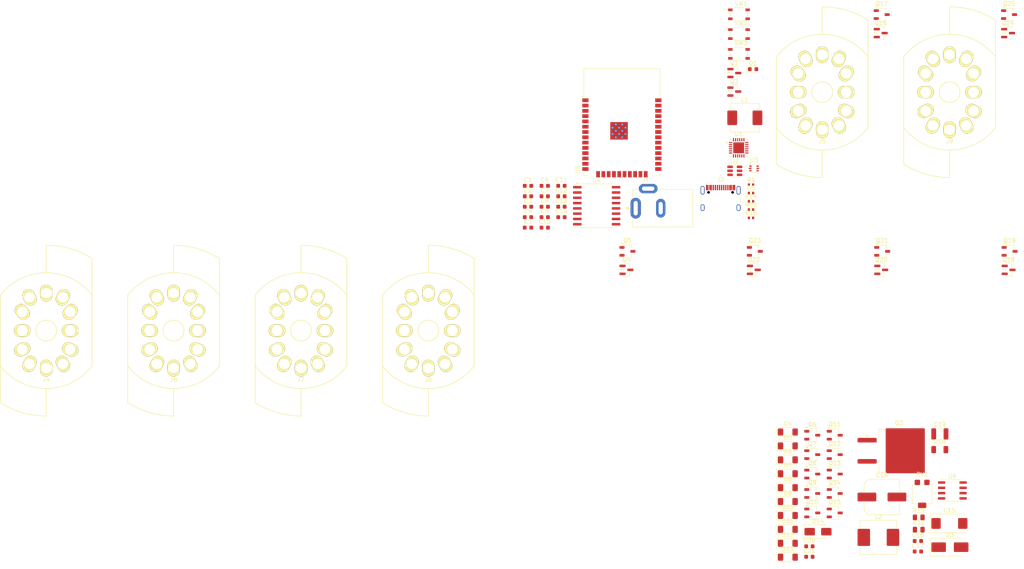
<source format=kicad_pcb>
(kicad_pcb (version 20241229) (generator "pcbnew") (generator_version "9.0")
  (layers (0 "F.Cu" signal) (2 "B.Cu" signal) (13 "F.Paste" user) (15 "B.Paste" user) (5 "F.SilkS" user "F.Silkscreen") (7 "B.SilkS" user "B.Silkscreen") (1 "F.Mask" user) (3 "B.Mask" user) (25 "Edge.Cuts" user))
  (net 0 "")
  (net 1 "GND")
  (net 2 "VCC12V")
  (net 3 "Net-(U2-SW)")
  (net 4 "Net-(U2-VBST)")
  (net 5 "VBUS")
  (net 6 "CP_3V3")
  (net 7 "VCC3V3")
  (net 8 "/ESP_RST")
  (net 9 "VBAT")
  (net 10 "Net-(U6-REF)")
  (net 11 "VCCHV")
  (net 12 "Net-(D1-A)")
  (net 13 "Net-(D3-A)")
  (net 14 "Net-(D10-K)")
  (net 15 "/Nixie Driver/K0")
  (net 16 "/Nixie Driver/K1")
  (net 17 "/Nixie Driver/K2")
  (net 18 "/Nixie Driver/K3")
  (net 19 "/Nixie Driver/K4")
  (net 20 "/Nixie Driver/K5")
  (net 21 "/Nixie Driver/K6")
  (net 22 "/Nixie Driver/K7")
  (net 23 "/Nixie Driver/K8")
  (net 24 "/Nixie Driver/K9")
  (net 26 "/USB_D_RAW_N")
  (net 28 "Net-(J2-CC2)")
  (net 29 "/USB_D_RAW_P")
  (net 30 "Net-(J2-CC1)")
  (net 33 "/Nixie Driver/Nixie0/A")
  (net 34 "/Nixie Driver/Nixie1/A")
  (net 36 "/Nixie Driver/Nixie2/A")
  (net 38 "/Nixie Driver/Nixie3/A")
  (net 41 "/Nixie Driver/Nixie4/A")
  (net 42 "/Nixie Driver/Nixie5/A")
  (net 44 "/IO0")
  (net 45 "Net-(Q1-B)")
  (net 46 "/CP_~{DTR}")
  (net 47 "/CP_~{RTS}")
  (net 48 "Net-(Q2-B)")
  (net 49 "Net-(Q3-S)")
  (net 50 "Net-(Q3-G)")
  (net 51 "Net-(Q4-C)")
  (net 52 "Net-(Q4-B)")
  (net 53 "Net-(Q5-B)")
  (net 54 "Net-(Q5-C)")
  (net 55 "Net-(Q6-B)")
  (net 56 "Net-(Q7-B)")
  (net 57 "Net-(Q8-B)")
  (net 58 "Net-(Q9-B)")
  (net 59 "Net-(Q10-B)")
  (net 60 "Net-(Q11-B)")
  (net 61 "Net-(Q12-B)")
  (net 62 "Net-(Q13-B)")
  (net 63 "Net-(Q14-B)")
  (net 64 "Net-(Q15-B)")
  (net 65 "Net-(Q16-C)")
  (net 66 "Net-(Q16-B)")
  (net 67 "Net-(Q17-B)")
  (net 68 "Net-(Q17-C)")
  (net 69 "Net-(Q18-B)")
  (net 70 "Net-(Q18-C)")
  (net 71 "Net-(Q19-B)")
  (net 72 "Net-(Q19-C)")
  (net 73 "Net-(Q20-B)")
  (net 74 "Net-(Q20-C)")
  (net 75 "Net-(Q21-C)")
  (net 76 "Net-(Q21-B)")
  (net 77 "Net-(Q22-C)")
  (net 78 "Net-(Q22-B)")
  (net 79 "Net-(Q23-C)")
  (net 80 "Net-(Q23-B)")
  (net 81 "Net-(Q24-B)")
  (net 82 "Net-(Q24-C)")
  (net 83 "Net-(Q25-B)")
  (net 84 "Net-(Q25-C)")
  (net 85 "/RTC_SCL")
  (net 86 "/RTC_SDA")
  (net 87 "Net-(J3-Pin_1)")
  (net 88 "/Nixie Driver/HV PSU/HV_FB")
  (net 89 "Net-(R20-Pad1)")
  (net 90 "/SW1")
  (net 93 "/CP_RXD")
  (net 94 "Net-(U1-~{RST})")
  (net 97 "/USB_D_N")
  (net 98 "/CP_~{DSR}")
  (net 100 "/CP_TXD")
  (net 103 "/CP_~{CTS}")
  (net 107 "/USB_D_P")
  (net 108 "Net-(U2-VFB)")
  (net 111 "/RTC_SQW")
  (net 112 "/G_A0")
  (net 113 "/~{N_LE}")
  (net 114 "/G_A5")
  (net 117 "/G_A2")
  (net 119 "/ESP_TDI")
  (net 120 "/G_A4")
  (net 122 "/ESP_TDO")
  (net 123 "/G_A3")
  (net 125 "/LED_R")
  (net 126 "/N2")
  (net 128 "/N0")
  (net 129 "/N1")
  (net 130 "/G_A1")
  (net 133 "/ESP_TCK")
  (net 134 "/ESP_TMS")
  (net 135 "/LED_G")
  (net 136 "/N3")
  (net 137 "/LED_B")
  (footprint "Package_TO_SOT_SMD:TSOT-23" (layer "F.Cu") (at 293.505 22.615)
    (property "Reference" "Q25" (at 0 -2.6 0) (layer "F.SilkS"))
    (property "Value" "PMBTA92")
    (pad "1" smd roundrect (at -1.31 -0.95) (size 1.22 0.65) (layers "F.Cu" "F.Mask" "F.Paste") (net 83 "Net-(Q25-B)"))
    (pad "2" smd roundrect (at -1.31 0.95) (size 1.22 0.65) (layers "F.Cu" "F.Mask" "F.Paste") (net 11 "VCCHV"))
    (pad "3" smd roundrect (at 1.31 0) (size 1.22 0.65) (layers "F.Cu" "F.Mask" "F.Paste") (net 84 "Net-(Q25-C)"))
  )
  (footprint "Package_TO_SOT_SMD:SOT-666" (layer "F.Cu") (at 232.305 59.555)
    (property "Reference" "U3" (at 0 -2 0) (layer "F.SilkS"))
    (property "Value" "USBLC6-2P6")
    (pad "1" smd roundrect (at -0.85 -0.5375) (size 0.5 0.375) (layers "F.Cu" "F.Mask" "F.Paste") (net 26 "/USB_D_RAW_N"))
    (pad "2" smd roundrect (at -0.925 0) (size 0.65 0.3) (layers "F.Cu" "F.Mask" "F.Paste") (net 1 "GND"))
    (pad "3" smd roundrect (at -0.85 0.5375) (size 0.5 0.375) (layers "F.Cu" "F.Mask" "F.Paste") (net 29 "/USB_D_RAW_P"))
    (pad "4" smd roundrect (at 0.85 0.5375) (size 0.5 0.375) (layers "F.Cu" "F.Mask" "F.Paste") (net 107 "/USB_D_P"))
    (pad "5" smd roundrect (at 0.925 0) (size 0.65 0.3) (layers "F.Cu" "F.Mask" "F.Paste") (net 5 "VBUS"))
    (pad "6" smd roundrect (at 0.85 -0.5375) (size 0.5 0.375) (layers "F.Cu" "F.Mask" "F.Paste") (net 97 "/USB_D_N"))
  )
  (footprint "Diode_SMD:D_SMB_Handsoldering" (layer "F.Cu") (at 279.3 150.5)
    (property "Reference" "D3" (at 0 -3 0) (layer "F.SilkS"))
    (property "Value" "D_Small")
    (pad "1" smd roundrect (at -2.7 0) (size 3.5 2.3) (layers "F.Cu" "F.Mask" "F.Paste") (roundrect_rratio 0.1086956522) (net 11 "VCCHV"))
    (pad "2" smd roundrect (at 2.7 0) (size 3.5 2.3) (layers "F.Cu" "F.Mask" "F.Paste") (roundrect_rratio 0.1086956522) (net 13 "Net-(D3-A)"))
  )
  (footprint "Package_TO_SOT_SMD:TSOT-23" (layer "F.Cu") (at 262.945 22.615)
    (property "Reference" "Q17" (at 0 -2.6 0) (layer "F.SilkS"))
    (property "Value" "PMBTA92")
    (pad "1" smd roundrect (at -1.31 -0.95) (size 1.22 0.65) (layers "F.Cu" "F.Mask" "F.Paste") (net 67 "Net-(Q17-B)"))
    (pad "2" smd roundrect (at -1.31 0.95) (size 1.22 0.65) (layers "F.Cu" "F.Mask" "F.Paste") (net 11 "VCCHV"))
    (pad "3" smd roundrect (at 1.31 0) (size 1.22 0.65) (layers "F.Cu" "F.Mask" "F.Paste") (net 68 "Net-(Q17-C)"))
  )
  (footprint "Yet-Another-Nixie-Clock:IN_12B_Socket" (layer "F.Cu") (at 279.228113 41.25)
    (property "Reference" "J9" (at 0 11.75 0) (layer "F.SilkS"))
    (property "Value" "Nixie IN12")
    (pad "1" thru_hole oval (at 4 -8 333.4) (size 3 4) (drill 2.5) (layers "*.Cu" "*.Mask" "F.SilkS") (net 42 "/Nixie Driver/Nixie5/A"))
    (pad "2" thru_hole oval (at 5.75 -4.5 322) (size 3 4) (drill 2.5) (layers "*.Cu" "*.Mask" "F.SilkS") (net 15 "/Nixie Driver/K0"))
    (pad "3" thru_hole oval (at 5.75 0 270) (size 3 4) (drill 2.5) (layers "*.Cu" "*.Mask" "F.SilkS") (net 24 "/Nixie Driver/K9"))
    (pad "4" thru_hole oval (at 5.75 4.5 243.4) (size 3 4) (drill 2.5) (layers "*.Cu" "*.Mask" "F.SilkS") (net 23 "/Nixie Driver/K8"))
    (pad "5" thru_hole oval (at 4 8 206.6) (size 3 4) (drill 2.5) (layers "*.Cu" "*.Mask" "F.SilkS") (net 22 "/Nixie Driver/K7"))
    (pad "6" thru_hole oval (at 0 9) (size 3 4) (drill 2.5) (layers "*.Cu" "*.Mask" "F.SilkS") (net 21 "/Nixie Driver/K6"))
    (pad "7" thru_hole oval (at -4 8 153.4) (size 3 4) (drill 2.5) (layers "*.Cu" "*.Mask" "F.SilkS") (net 20 "/Nixie Driver/K5"))
    (pad "8" thru_hole oval (at -5.75 4.5 116.6) (size 3 4) (drill 2.5) (layers "*.Cu" "*.Mask" "F.SilkS") (net 19 "/Nixie Driver/K4"))
    (pad "9" thru_hole oval (at -5.75 0 90) (size 3 4) (drill 2.5) (layers "*.Cu" "*.Mask" "F.SilkS") (net 18 "/Nixie Driver/K3"))
    (pad "10" thru_hole oval (at -5.75 -4.5 38) (size 3 4) (drill 2.5) (layers "*.Cu" "*.Mask" "F.SilkS") (net 17 "/Nixie Driver/K2"))
    (pad "11" thru_hole oval (at -4 -8 26.6) (size 3 4) (drill 2.5) (layers "*.Cu" "*.Mask" "F.SilkS") (net 16 "/Nixie Driver/K1"))
    (pad "12" thru_hole oval (at 0 -9) (size 3 4) (drill 2.5) (layers "*.Cu" "*.Mask" "F.SilkS"))
  )
  (footprint "Diode_SMD:D_MiniMELF" (layer "F.Cu") (at 240.42 126.185)
    (property "Reference" "D5" (at 0 -2 0) (layer "F.SilkS"))
    (property "Value" "BAV103")
    (pad "1" smd roundrect (at -1.75 0) (size 1.3 1.7) (layers "F.Cu" "F.Mask" "F.Paste") (roundrect_rratio 0.1923076923) (net 14 "Net-(D10-K)"))
    (pad "2" smd roundrect (at 1.75 0) (size 1.3 1.7) (layers "F.Cu" "F.Mask" "F.Paste") (roundrect_rratio 0.1923076923) (net 16 "/Nixie Driver/K1"))
  )
  (footprint "Capacitor_SMD:C_0603_1608Metric" (layer "F.Cu") (at 186.105 68.75)
    (property "Reference" "C13" (at 0 -1.43 0) (layer "F.SilkS"))
    (property "Value" "100nF")
    (pad "1" smd roundrect (at -0.775 0) (size 0.9 0.95) (layers "F.Cu" "F.Mask" "F.Paste") (net 1 "GND"))
    (pad "2" smd roundrect (at 0.775 0) (size 0.9 0.95) (layers "F.Cu" "F.Mask" "F.Paste") (net 7 "VCC3V3"))
  )
  (footprint "Capacitor_SMD:C_0603_1608Metric" (layer "F.Cu") (at 245.595 152.81)
    (property "Reference" "C21" (at 0 -1.43 0) (layer "F.SilkS"))
    (property "Value" "100nF")
    (pad "1" smd roundrect (at -0.775 0) (size 0.9 0.95) (layers "F.Cu" "F.Mask" "F.Paste") (net 1 "GND"))
    (pad "2" smd roundrect (at 0.775 0) (size 0.9 0.95) (layers "F.Cu" "F.Mask" "F.Paste") (net 7 "VCC3V3"))
  )
  (footprint "Capacitor_SMD:C_1210_3225Metric" (layer "F.Cu") (at 276.895 123.3)
    (property "Reference" "C19" (at 0 -2.3 0) (layer "F.SilkS"))
    (property "Value" "100nF")
    (pad "1" smd roundrect (at -1.475 0) (size 1.15 2.7) (layers "F.Cu" "F.Mask" "F.Paste") (roundrect_rratio 0.217391) (net 11 "VCCHV"))
    (pad "2" smd roundrect (at 1.475 0) (size 1.15 2.7) (layers "F.Cu" "F.Mask" "F.Paste") (roundrect_rratio 0.217391) (net 1 "GND"))
  )
  (footprint "Package_TO_SOT_SMD:SOT-23" (layer "F.Cu") (at 293.265 27.06)
    (property "Reference" "Q24" (at 0 -2.4 0) (layer "F.SilkS"))
    (property "Value" "PMBTA42")
    (pad "1" smd roundrect (at -0.9375 -0.95) (size 1.475 0.6) (layers "F.Cu" "F.Mask" "F.Paste") (net 81 "Net-(Q24-B)"))
    (pad "2" smd roundrect (at -0.9375 0.95) (size 1.475 0.6) (layers "F.Cu" "F.Mask" "F.Paste") (net 1 "GND"))
    (pad "3" smd roundrect (at 0.9375 0) (size 1.475 0.6) (layers "F.Cu" "F.Mask" "F.Paste") (net 82 "Net-(Q24-C)"))
  )
  (footprint "Yet-Another-Nixie-Clock:SW_SKRPACE010" (layer "F.Cu") (at 228.705303 32.05)
    (property "Reference" "SW3" (at 0.47575 -2.58912 0) (layer "F.SilkS") (effects (font (size 1.001591 1.001591))))
    (property "Value" "SW_MEC_5E")
    (pad "1" smd rect (at -2.075 -1.075) (size 1.05 0.65) (layers "F.Cu" "F.Mask" "F.Paste") (net 1 "GND"))
    (pad "2" smd rect (at 2.075 -1.075) (size 1.05 0.65) (layers "F.Cu" "F.Mask" "F.Paste") (net 1 "GND"))
    (pad "3" smd rect (at -2.075 1.075) (size 1.05 0.65) (layers "F.Cu" "F.Mask" "F.Paste") (net 90 "/SW1"))
    (pad "4" smd rect (at 2.075 1.075) (size 1.05 0.65) (layers "F.Cu" "F.Mask" "F.Paste") (net 90 "/SW1"))
  )
  (footprint "Yet-Another-Nixie-Clock:IN_12B_Socket" (layer "F.Cu") (at 93.06 98.5)
    (property "Reference" "J8" (at 0 11.75 0) (layer "F.SilkS"))
    (property "Value" "Nixie IN12")
    (pad "1" thru_hole oval (at 4 -8 333.4) (size 3 4) (drill 2.5) (layers "*.Cu" "*.Mask" "F.SilkS") (net 41 "/Nixie Driver/Nixie4/A"))
    (pad "2" thru_hole oval (at 5.75 -4.5 322) (size 3 4) (drill 2.5) (layers "*.Cu" "*.Mask" "F.SilkS") (net 15 "/Nixie Driver/K0"))
    (pad "3" thru_hole oval (at 5.75 0 270) (size 3 4) (drill 2.5) (layers "*.Cu" "*.Mask" "F.SilkS") (net 24 "/Nixie Driver/K9"))
    (pad "4" thru_hole oval (at 5.75 4.5 243.4) (size 3 4) (drill 2.5) (layers "*.Cu" "*.Mask" "F.SilkS") (net 23 "/Nixie Driver/K8"))
    (pad "5" thru_hole oval (at 4 8 206.6) (size 3 4) (drill 2.5) (layers "*.Cu" "*.Mask" "F.SilkS") (net 22 "/Nixie Driver/K7"))
    (pad "6" thru_hole oval (at 0 9) (size 3 4) (drill 2.5) (layers "*.Cu" "*.Mask" "F.SilkS") (net 21 "/Nixie Driver/K6"))
    (pad "7" thru_hole oval (at -4 8 153.4) (size 3 4) (drill 2.5) (layers "*.Cu" "*.Mask" "F.SilkS") (net 20 "/Nixie Driver/K5"))
    (pad "8" thru_hole oval (at -5.75 4.5 116.6) (size 3 4) (drill 2.5) (layers "*.Cu" "*.Mask" "F.SilkS") (net 19 "/Nixie Driver/K4"))
    (pad "9" thru_hole oval (at -5.75 0 90) (size 3 4) (drill 2.5) (layers "*.Cu" "*.Mask" "F.SilkS") (net 18 "/Nixie Driver/K3"))
    (pad "10" thru_hole oval (at -5.75 -4.5 38) (size 3 4) (drill 2.5) (layers "*.Cu" "*.Mask" "F.SilkS") (net 17 "/Nixie Driver/K2"))
    (pad "11" thru_hole oval (at -4 -8 26.6) (size 3 4) (drill 2.5) (layers "*.Cu" "*.Mask" "F.SilkS") (net 16 "/Nixie Driver/K1"))
    (pad "12" thru_hole oval (at 0 -9) (size 3 4) (drill 2.5) (layers "*.Cu" "*.Mask" "F.SilkS"))
  )
  (footprint "Package_DFN_QFN:QFN-24-1EP_4x4mm_P0.5mm_EP2.6x2.6mm" (layer "F.Cu") (at 228.63 54.6)
    (property "Reference" "U1" (at 0 -3.3 0) (layer "F.SilkS"))
    (property "Value" "CP2102N-Axx-xQFN24")
    (pad "1" smd roundrect (at -1.9375 -1.25) (size 0.825 0.25) (layers "F.Cu" "F.Mask" "F.Paste"))
    (pad "2" smd roundrect (at -1.9375 -0.75) (size 0.825 0.25) (layers "F.Cu" "F.Mask" "F.Paste") (net 1 "GND"))
    (pad "3" smd roundrect (at -1.9375 -0.25) (size 0.825 0.25) (layers "F.Cu" "F.Mask" "F.Paste") (net 107 "/USB_D_P"))
    (pad "4" smd roundrect (at -1.9375 0.25) (size 0.825 0.25) (layers "F.Cu" "F.Mask" "F.Paste") (net 97 "/USB_D_N"))
    (pad "5" smd roundrect (at -1.9375 0.75) (size 0.825 0.25) (layers "F.Cu" "F.Mask" "F.Paste") (net 6 "CP_3V3"))
    (pad "6" smd roundrect (at -1.9375 1.25) (size 0.825 0.25) (layers "F.Cu" "F.Mask" "F.Paste") (net 6 "CP_3V3"))
    (pad "7" smd roundrect (at -1.25 1.9375) (size 0.25 0.825) (layers "F.Cu" "F.Mask" "F.Paste") (net 5 "VBUS"))
    (pad "8" smd roundrect (at -0.75 1.9375) (size 0.25 0.825) (layers "F.Cu" "F.Mask" "F.Paste") (net 5 "VBUS"))
    (pad "9" smd roundrect (at -0.25 1.9375) (size 0.25 0.825) (layers "F.Cu" "F.Mask" "F.Paste") (net 94 "Net-(U1-~{RST})"))
    (pad "10" smd roundrect (at 0.25 1.9375) (size 0.25 0.825) (layers "F.Cu" "F.Mask" "F.Paste"))
    (pad "11" smd roundrect (at 0.75 1.9375) (size 0.25 0.825) (layers "F.Cu" "F.Mask" "F.Paste"))
    (pad "12" smd roundrect (at 1.25 1.9375) (size 0.25 0.825) (layers "F.Cu" "F.Mask" "F.Paste"))
    (pad "13" smd roundrect (at 1.9375 1.25) (size 0.825 0.25) (layers "F.Cu" "F.Mask" "F.Paste"))
    (pad "14" smd roundrect (at 1.9375 0.75) (size 0.825 0.25) (layers "F.Cu" "F.Mask" "F.Paste"))
    (pad "15" smd roundrect (at 1.9375 0.25) (size 0.825 0.25) (layers "F.Cu" "F.Mask" "F.Paste"))
    (pad "16" smd roundrect (at 1.9375 -0.25) (size 0.825 0.25) (layers "F.Cu" "F.Mask" "F.Paste"))
    (pad "17" smd roundrect (at 1.9375 -0.75) (size 0.825 0.25) (layers "F.Cu" "F.Mask" "F.Paste"))
    (pad "18" smd roundrect (at 1.9375 -1.25) (size 0.825 0.25) (layers "F.Cu" "F.Mask" "F.Paste") (net 103 "/CP_~{CTS}"))
    (pad "19" smd roundrect (at 1.25 -1.9375) (size 0.25 0.825) (layers "F.Cu" "F.Mask" "F.Paste") (net 47 "/CP_~{RTS}"))
    (pad "20" smd roundrect (at 0.75 -1.9375) (size 0.25 0.825) (layers "F.Cu" "F.Mask" "F.Paste") (net 93 "/CP_RXD"))
    (pad "21" smd roundrect (at 0.25 -1.9375) (size 0.25 0.825) (layers "F.Cu" "F.Mask" "F.Paste") (net 100 "/CP_TXD"))
    (pad "22" smd roundrect (at -0.25 -1.9375) (size 0.25 0.825) (layers "F.Cu" "F.Mask" "F.Paste") (net 98 "/CP_~{DSR}"))
    (pad "23" smd roundrect (at -0.75 -1.9375) (size 0.25 0.825) (layers "F.Cu" "F.Mask" "F.Paste") (net 46 "/CP_~{DTR}"))
    (pad "24" smd roundrect (at -1.25 -1.9375) (size 0.25 0.825) (layers "F.Cu" "F.Mask" "F.Paste"))
    (pad "25" smd rect (at 0 0) (size 2.6 2.6) (property pad_prop_heatsink) (layers "F.Cu" "F.Mask") (net 1 "GND"))
  )
  (footprint "Resistor_SMD:R_1206_3216Metric" (layer "F.Cu") (at 276.875 127.08)
    (property "Reference" "R18" (at 0 -1.83 0) (layer "F.SilkS"))
    (property "Value" "50m")
    (pad "1" smd roundrect (at -1.4625 0) (size 1.125 1.75) (layers "F.Cu" "F.Mask" "F.Paste") (roundrect_rratio 0.222222) (net 49 "Net-(Q3-S)"))
    (pad "2" smd roundrect (at 1.4625 0) (size 1.125 1.75) (layers "F.Cu" "F.Mask" "F.Paste") (roundrect_rratio 0.222222) (net 1 "GND"))
  )
  (footprint "Package_TO_SOT_SMD:TSOT-23" (layer "F.Cu") (at 251.675 128.28)
    (property "Reference" "Q12" (at 0 -2.6 0) (layer "F.SilkS"))
    (property "Value" "BF820")
    (pad "1" smd roundrect (at -1.31 -0.95) (size 1.22 0.65) (layers "F.Cu" "F.Mask" "F.Paste") (net 61 "Net-(Q12-B)"))
    (pad "2" smd roundrect (at -1.31 0.95) (size 1.22 0.65) (layers "F.Cu" "F.Mask" "F.Paste") (net 1 "GND"))
    (pad "3" smd roundrect (at 1.31 0) (size 1.22 0.65) (layers "F.Cu" "F.Mask" "F.Paste") (net 21 "/Nixie Driver/K6"))
  )
  (footprint "Package_TO_SOT_SMD:SOT-23" (layer "F.Cu") (at 232.265 83.91)
    (property "Reference" "Q22" (at 0 -2.4 0) (layer "F.SilkS"))
    (property "Value" "PMBTA42")
    (pad "1" smd roundrect (at -0.9375 -0.95) (size 1.475 0.6) (layers "F.Cu" "F.Mask" "F.Paste") (net 78 "Net-(Q22-B)"))
    (pad "2" smd roundrect (at -0.9375 0.95) (size 1.475 0.6) (layers "F.Cu" "F.Mask" "F.Paste") (net 1 "GND"))
    (pad "3" smd roundrect (at 0.9375 0) (size 1.475 0.6) (layers "F.Cu" "F.Mask" "F.Paste") (net 77 "Net-(Q22-C)"))
  )
  (footprint "Capacitor_SMD:C_0603_1608Metric" (layer "F.Cu") (at 178.085 68.75)
    (property "Reference" "C3" (at 0 -1.43 0) (layer "F.SilkS"))
    (property "Value" "100nF")
    (pad "1" smd roundrect (at -0.775 0) (size 0.9 0.95) (layers "F.Cu" "F.Mask" "F.Paste") (net 4 "Net-(U2-VBST)"))
    (pad "2" smd roundrect (at 0.775 0) (size 0.9 0.95) (layers "F.Cu" "F.Mask" "F.Paste") (net 3 "Net-(U2-SW)"))
  )
  (footprint "Capacitor_SMD:C_0603_1608Metric" (layer "F.Cu") (at 186.105 63.73)
    (property "Reference" "C11" (at 0 -1.43 0) (layer "F.SilkS"))
    (property "Value" "22uF")
    (pad "1" smd roundrect (at -0.775 0) (size 0.9 0.95) (layers "F.Cu" "F.Mask" "F.Paste") (net 7 "VCC3V3"))
    (pad "2" smd roundrect (at 0.775 0) (size 0.9 0.95) (layers "F.Cu" "F.Mask" "F.Paste") (net 1 "GND"))
  )
  (footprint "Resistor_SMD:R_0402_1005Metric" (layer "F.Cu") (at 231.585 69.44)
    (property "Reference" "R15" (at 0 -1.17 0) (layer "F.SilkS"))
    (property "Value" "4.7k")
    (pad "1" smd roundrect (at -0.51 0) (size 0.54 0.64) (layers "F.Cu" "F.Mask" "F.Paste") (net 7 "VCC3V3"))
    (pad "2" smd roundrect (at 0.51 0) (size 0.54 0.64) (layers "F.Cu" "F.Mask" "F.Paste") (net 86 "/RTC_SDA"))
  )
  (footprint "Package_TO_SOT_SMD:SOT-23" (layer "F.Cu") (at 262.825 83.91)
    (property "Reference" "Q20" (at 0 -2.4 0) (layer "F.SilkS"))
    (property "Value" "PMBTA42")
    (pad "1" smd roundrect (at -0.9375 -0.95) (size 1.475 0.6) (layers "F.Cu" "F.Mask" "F.Paste") (net 73 "Net-(Q20-B)"))
    (pad "2" smd roundrect (at -0.9375 0.95) (size 1.475 0.6) (layers "F.Cu" "F.Mask" "F.Paste") (net 1 "GND"))
    (pad "3" smd roundrect (at 0.9375 0) (size 1.475 0.6) (layers "F.Cu" "F.Mask" "F.Paste") (net 74 "Net-(Q20-C)"))
  )
  (footprint "Package_TO_SOT_SMD:TSOT-23" (layer "F.Cu") (at 251.675 142.275)
    (property "Reference" "Q15" (at 0 -2.6 0) (layer "F.SilkS"))
    (property "Value" "BF820")
    (pad "1" smd roundrect (at -1.31 -0.95) (size 1.22 0.65) (layers "F.Cu" "F.Mask" "F.Paste") (net 64 "Net-(Q15-B)"))
    (pad "2" smd roundrect (at -1.31 0.95) (size 1.22 0.65) (layers "F.Cu" "F.Mask" "F.Paste") (net 1 "GND"))
    (pad "3" smd roundrect (at 1.31 0) (size 1.22 0.65) (layers "F.Cu" "F.Mask" "F.Paste") (net 24 "/Nixie Driver/K9"))
  )
  (footprint "Capacitor_SMD:C_0603_1608Metric" (layer "F.Cu") (at 178.085 63.73)
    (property "Reference" "C1" (at 0 -1.43 0) (layer "F.SilkS"))
    (property "Value" "10uF")
    (pad "1" smd roundrect (at -0.775 0) (size 0.9 0.95) (layers "F.Cu" "F.Mask" "F.Paste") (net 2 "VCC12V"))
    (pad "2" smd roundrect (at 0.775 0) (size 0.9 0.95) (layers "F.Cu" "F.Mask" "F.Paste") (net 1 "GND"))
  )
  (footprint "Package_TO_SOT_SMD:TSOT-23" (layer "F.Cu") (at 246.285 142.275)
    (property "Reference" "Q10" (at 0 -2.6 0) (layer "F.SilkS"))
    (property "Value" "BF820")
    (pad "1" smd roundrect (at -1.31 -0.95) (size 1.22 0.65) (layers "F.Cu" "F.Mask" "F.Paste") (net 59 "Net-(Q10-B)"))
    (pad "2" smd roundrect (at -1.31 0.95) (size 1.22 0.65) (layers "F.Cu" "F.Mask" "F.Paste") (net 1 "GND"))
    (pad "3" smd roundrect (at 1.31 0) (size 1.22 0.65) (layers "F.Cu" "F.Mask" "F.Paste") (net 19 "/Nixie Driver/K4"))
  )
  (footprint "Package_TO_SOT_SMD:TSOT-23" (layer "F.Cu") (at 251.675 123.615)
    (property "Reference" "Q11" (at 0 -2.6 0) (layer "F.SilkS"))
    (property "Value" "BF820")
    (pad "1" smd roundrect (at -1.31 -0.95) (size 1.22 0.65) (layers "F.Cu" "F.Mask" "F.Paste") (net 60 "Net-(Q11-B)"))
    (pad "2" smd roundrect (at -1.31 0.95) (size 1.22 0.65) (layers "F.Cu" "F.Mask" "F.Paste") (net 1 "GND"))
    (pad "3" smd roundrect (at 1.31 0) (size 1.22 0.65) (layers "F.Cu" "F.Mask" "F.Paste") (net 20 "/Nixie Driver/K5"))
  )
  (footprint "Resistor_SMD:R_0402_1005Metric" (layer "F.Cu") (at 231.585 63.47)
    (property "Reference" "R4" (at 0 -1.17 0) (layer "F.SilkS"))
    (property "Value" "5.1k")
    (pad "1" smd roundrect (at -0.51 0) (size 0.54 0.64) (layers "F.Cu" "F.Mask" "F.Paste") (net 28 "Net-(J2-CC2)"))
    (pad "2" smd roundrect (at 0.51 0) (size 0.54 0.64) (layers "F.Cu" "F.Mask" "F.Paste") (net 1 "GND"))
  )
  (footprint "Potentiometer_SMD:Potentiometer_Bourns_3314G_Vertical" (layer "F.Cu") (at 272.645 137.7)
    (property "Reference" "RV1" (at 0 -4.65 0) (layer "F.SilkS"))
    (property "Value" "5k")
    (pad "1" smd roundrect (at 1.15 -2.75) (size 1.3 1.3) (layers "F.Cu" "F.Mask" "F.Paste") (roundrect_rratio 0.192308) (net 88 "/Nixie Driver/HV PSU/HV_FB"))
    (pad "2" smd roundrect (at 0 2.75) (size 2 1.3) (layers "F.Cu" "F.Mask" "F.Paste") (roundrect_rratio 0.192308) (net 89 "Net-(R20-Pad1)"))
    (pad "3" smd roundrect (at -1.15 -2.75) (size 1.3 1.3) (layers "F.Cu" "F.Mask" "F.Paste") (roundrect_rratio 0.192308) (net 89 "Net-(R20-Pad1)"))
  )
  (footprint "Package_TO_SOT_SMD:SOT-23" (layer "F.Cu") (at 262.705 27.06)
    (property "Reference" "Q16" (at 0 -2.4 0) (layer "F.SilkS"))
    (property "Value" "PMBTA42")
    (pad "1" smd roundrect (at -0.9375 -0.95) (size 1.475 0.6) (layers "F.Cu" "F.Mask" "F.Paste") (net 66 "Net-(Q16-B)"))
    (pad "2" smd roundrect (at -0.9375 0.95) (size 1.475 0.6) (layers "F.Cu" "F.Mask" "F.Paste") (net 1 "GND"))
    (pad "3" smd roundrect (at 0.9375 0) (size 1.475 0.6) (layers "F.Cu" "F.Mask" "F.Paste") (net 65 "Net-(Q16-C)"))
  )
  (footprint "Package_TO_SOT_SMD:TSOT-23" (layer "F.Cu") (at 232.505 79.465)
    (property "Reference" "Q23" (at 0 -2.6 0) (layer "F.SilkS"))
    (property "Value" "PMBTA92")
    (pad "1" smd roundrect (at -1.31 -0.95) (size 1.22 0.65) (layers "F.Cu" "F.Mask" "F.Paste") (net 80 "Net-(Q23-B)"))
    (pad "2" smd roundrect (at -1.31 0.95) (size 1.22 0.65) (layers "F.Cu" "F.Mask" "F.Paste") (net 11 "VCCHV"))
    (pad "3" smd roundrect (at 1.31 0) (size 1.22 0.65) (layers "F.Cu" "F.Mask" "F.Paste") (net 79 "Net-(Q23-C)"))
  )
  (footprint "Yet-Another-Nixie-Clock:CUI_PJ-002BH" (layer "F.Cu") (at 203.92 69.1)
    (property "Reference" "J1" (at 2.489619 -6.77755 0) (layer "F.SilkS") (effects (font (size 1.001858 1.001858))))
    (property "Value" "PJ-002BH")
    (pad "1" thru_hole oval (at 0 0) (size 2.5 5) (drill oval 1 3.5) (layers "*.Cu" "*.Mask") (net 2 "VCC12V"))
    (pad "2" thru_hole oval (at 6 0) (size 2.25 4.5) (drill oval 1 3) (layers "*.Cu" "*.Mask") (net 1 "GND"))
    (pad "3" thru_hole oval (at 3 -4.7) (size 4.5 2.25) (drill oval 3 1) (layers "*.Cu" "*.Mask"))
  )
  (footprint "Package_TO_SOT_SMD:SOT-23" (layer "F.Cu") (at 227.585 36.65)
    (property "Reference" "Q1" (at 0 -2.4 0) (layer "F.SilkS"))
    (property "Value" "MMBT2222A")
    (pad "1" smd roundrect (at -0.9375 -0.95) (size 1.475 0.6) (layers "F.Cu" "F.Mask" "F.Paste") (net 45 "Net-(Q1-B)"))
    (pad "2" smd roundrect (at -0.9375 0.95) (size 1.475 0.6) (layers "F.Cu" "F.Mask" "F.Paste") (net 46 "/CP_~{DTR}"))
    (pad "3" smd roundrect (at 0.9375 0) (size 1.475 0.6) (layers "F.Cu" "F.Mask" "F.Paste") (net 44 "/IO0"))
  )
  (footprint "Capacitor_SMD:C_0603_1608Metric" (layer "F.Cu") (at 178.085 73.77)
    (property "Reference" "C5" (at 0 -1.43 0) (layer "F.SilkS"))
    (property "Value" "100nF")
    (pad "1" smd roundrect (at -0.775 0) (size 0.9 0.95) (layers "F.Cu" "F.Mask" "F.Paste") (net 1 "GND"))
    (pad "2" smd roundrect (at 0.775 0) (size 0.9 0.95) (layers "F.Cu" "F.Mask" "F.Paste") (net 5 "VBUS"))
  )
  (footprint "Yet-Another-Nixie-Clock:IN_12B_Socket" (layer "F.Cu") (at 154.18 98.5)
    (property "Reference" "J6" (at 0 11.75 0) (layer "F.SilkS"))
    (property "Value" "Nixie IN12")
    (pad "1" thru_hole oval (at 4 -8 333.4) (size 3 4) (drill 2.5) (layers "*.Cu" "*.Mask" "F.SilkS") (net 36 "/Nixie Driver/Nixie2/A"))
    (pad "2" thru_hole oval (at 5.75 -4.5 322) (size 3 4) (drill 2.5) (layers "*.Cu" "*.Mask" "F.SilkS") (net 15 "/Nixie Driver/K0"))
    (pad "3" thru_hole oval (at 5.75 0 270) (size 3 4) (drill 2.5) (layers "*.Cu" "*.Mask" "F.SilkS") (net 24 "/Nixie Driver/K9"))
    (pad "4" thru_hole oval (at 5.75 4.5 243.4) (size 3 4) (drill 2.5) (layers "*.Cu" "*.Mask" "F.SilkS") (net 23 "/Nixie Driver/K8"))
    (pad "5" thru_hole oval (at 4 8 206.6) (size 3 4) (drill 2.5) (layers "*.Cu" "*.Mask" "F.SilkS") (net 22 "/Nixie Driver/K7"))
    (pad "6" thru_hole oval (at 0 9) (size 3 4) (drill 2.5) (layers "*.Cu" "*.Mask" "F.SilkS") (net 21 "/Nixie Driver/K6"))
    (pad "7" thru_hole oval (at -4 8 153.4) (size 3 4) (drill 2.5) (layers "*.Cu" "*.Mask" "F.SilkS") (net 20 "/Nixie Driver/K5"))
    (pad "8" thru_hole oval (at -5.75 4.5 116.6) (size 3 4) (drill 2.5) (layers "*.Cu" "*.Mask" "F.SilkS") (net 19 "/Nixie Driver/K4"))
    (pad "9" thru_hole oval (at -5.75 0 90) (size 3 4) (drill 2.5) (layers "*.Cu" "*.Mask" "F.SilkS") (net 18 "/Nixie Driver/K3"))
    (pad "10" thru_hole oval (at -5.75 -4.5 38) (size 3 4) (drill 2.5) (layers "*.Cu" "*.Mask" "F.SilkS") (net 17 "/Nixie Driver/K2"))
    (pad "11" thru_hole oval (at -4 -8 26.6) (size 3 4) (drill 2.5) (layers "*.Cu" "*.Mask" "F.SilkS") (net 16 "/Nixie Driver/K1"))
    (pad "12" thru_hole oval (at 0 -9) (size 3 4) (drill 2.5) (layers "*.Cu" "*.Mask" "F.SilkS"))
  )
  (footprint "Package_TO_SOT_SMD:TO-263-2" (layer "F.Cu") (at 267.095 127.35)
    (property "Reference" "Q3" (at 0 -6.65 0) (layer "F.SilkS"))
    (property "Value" "Q_NMOS")
    (pad "1" smd roundrect (at -7.65 -2.54) (size 4.6 1.1) (layers "F.Cu" "F.Mask" "F.Paste") (roundrect_rratio 0.227273) (net 50 "Net-(Q3-G)"))
    (pad "2" smd roundrect (at 1.5 0) (size 9.4 10.8) (layers "F.Cu" "F.Mask") (roundrect_rratio 0.026596) (net 13 "Net-(D3-A)"))
    (pad "3" smd roundrect (at -7.65 2.54) (size 4.6 1.1) (layers "F.Cu" "F.Mask" "F.Paste") (roundrect_rratio 0.227273) (net 49 "Net-(Q3-S)"))
  )
  (footprint "Capacitor_SMD:C_0603_1608Metric" (layer "F.Cu") (at 178.085 71.26)
    (property "Reference" "C4" (at 0 -1.43 0) (layer "F.SilkS"))
    (property "Value" "100nF")
    (pad "1" smd roundrect (at -0.775 0) (size 0.9 0.95) (layers "F.Cu" "F.Mask" "F.Paste") (net 1 "GND"))
    (pad "2" smd roundrect (at 0.775 0) (size 0.9 0.95) (layers "F.Cu" "F.Mask" "F.Paste") (net 5 "VBUS"))
  )
  (footprint "Capacitor_SMD:C_Elec_8x10.2" (layer "F.Cu") (at 262.995 138.45)
    (property "Reference" "C18" (at 0 -5.2 0) (layer "F.SilkS"))
    (property "Value" "4.7uF")
    (pad "1" smd roundrect (at -3.6 0) (size 4.5 2.1) (layers "F.Cu" "F.Mask" "F.Paste") (roundrect_rratio 0.119048) (net 11 "VCCHV"))
    (pad "2" smd roundrect (at 3.6 0) (size 4.5 2.1) (layers "F.Cu" "F.Mask" "F.Paste") (roundrect_rratio 0.119048) (net 1 "GND"))
  )
  (footprint "Diode_SMD:D_MiniMELF" (layer "F.Cu") (at 240.42 136.205)
    (property "Reference" "D8" (at 0 -2 0) (layer "F.SilkS"))
    (property "Value" "BAV103")
    (pad "1" smd roundrect (at -1.75 0) (size 1.3 1.7) (layers "F.Cu" "F.Mask" "F.Paste") (roundrect_rratio 0.1923076923) (net 14 "Net-(D10-K)"))
    (pad "2" smd roundrect (at 1.75 0) (size 1.3 1.7) (layers "F.Cu" "F.Mask" "F.Paste") (roundrect_rratio 0.1923076923) (net 19 "/Nixie Driver/K4"))
  )
  (footprint "Package_SO:SOIC-16W_7.5x10.3mm_P1.27mm" (layer "F.Cu") (at 194.565 68.515)
    (property "Reference" "U4" (at 0 -6.1 0) (layer "F.SilkS"))
    (property "Value" "DS3231M")
    (pad "1" smd roundrect (at -4.65 -4.445) (size 2.05 0.6) (layers "F.Cu" "F.Mask" "F.Paste"))
    (pad "2" smd roundrect (at -4.65 -3.175) (size 2.05 0.6) (layers "F.Cu" "F.Mask" "F.Paste") (net 7 "VCC3V3"))
    (pad "3" smd roundrect (at -4.65 -1.905) (size 2.05 0.6) (layers "F.Cu" "F.Mask" "F.Paste") (net 111 "/RTC_SQW"))
    (pad "4" smd roundrect (at -4.65 -0.635) (size 2.05 0.6) (layers "F.Cu" "F.Mask" "F.Paste"))
    (pad "5" smd roundrect (at -4.65 0.635) (size 2.05 0.6) (layers "F.Cu" "F.Mask" "F.Paste") (net 1 "GND"))
    (pad "6" smd roundrect (at -4.65 1.905) (size 2.05 0.6) (layers "F.Cu" "F.Mask" "F.Paste") (net 1 "GND"))
    (pad "7" smd roundrect (at -4.65 3.175) (size 2.05 0.6) (layers "F.Cu" "F.Mask" "F.Paste") (net 1 "GND"))
    (pad "8" smd roundrect (at -4.65 4.445) (size 2.05 0.6) (layers "F.Cu" "F.Mask" "F.Paste") (net 1 "GND"))
    (pad "9" smd roundrect (at 4.65 4.445) (size 2.05 0.6) (layers "F.Cu" "F.Mask" "F.Paste") (net 1 "GND"))
    (pad "10" smd roundrect (at 4.65 3.175) (size 2.05 0.6) (layers "F.Cu" "F.Mask" "F.Paste") (net 1 "GND"))
    (pad "11" smd roundrect (at 4.65 1.905) (size 2.05 0.6) (layers "F.Cu" "F.Mask" "F.Paste") (net 1 "GND"))
    (pad "12" smd roundrect (at 4.65 0.635) (size 2.05 0.6) (layers "F.Cu" "F.Mask" "F.Paste") (net 1 "GND"))
    (pad "13" smd roundrect (at 4.65 -0.635) (size 2.05 0.6) (layers "F.Cu" "F.Mask" "F.Paste") (net 1 "GND"))
    (pad "14" smd roundrect (at 4.65 -1.905) (size 2.05 0.6) (layers "F.Cu" "F.Mask" "F.Paste") (net 9 "VBAT"))
    (pad "15" smd roundrect (at 4.65 -3.175) (size 2.05 0.6) (layers "F.Cu" "F.Mask" "F.Paste") (net 86 "/RTC_SDA"))
    (pad "16" smd roundrect (at 4.65 -4.445) (size 2.05 0.6) (layers "F.Cu" "F.Mask" "F.Paste") (net 85 "/RTC_SCL"))
  )
  (footprint "Package_TO_SOT_SMD:TSOT-23" (layer "F.Cu") (at 201.945 79.465)
    (property "Reference" "Q5" (at 0 -2.6 0) (layer "F.SilkS"))
    (property "Value" "PMBTA92")
    (pad "1" smd roundrect (at -1.31 -0.95) (size 1.22 0.65) (layers "F.Cu" "F.Mask" "F.Paste") (net 53 "Net-(Q5-B)"))
    (pad "2" smd roundrect (at -1.31 0.95) (size 1.22 0.65) (layers "F.Cu" "F.Mask" "F.Paste") (net 11 "VCCHV"))
    (pad "3" smd roundrect (at 1.31 0) (size 1.22 0.65) (layers "F.Cu" "F.Mask" "F.Paste") (net 54 "Net-(Q5-C)"))
  )
  (footprint "Package_TO_SOT_SMD:SOT-23-6" (layer "F.Cu") (at 227.705 60.125)
    (property "Reference" "U2" (at 0 -2.4 0) (layer "F.SilkS"))
    (property "Value" "TPS563200")
    (pad "1" smd roundrect (at -1.1375 -0.95) (size 1.325 0.6) (layers "F.Cu" "F.Mask" "F.Paste") (net 1 "GND"))
    (pad "2" smd roundrect (at -1.1375 0) (size 1.325 0.6) (layers "F.Cu" "F.Mask" "F.Paste") (net 3 "Net-(U2-SW)"))
    (pad "3" smd roundrect (at -1.1375 0.95) (size 1.325 0.6) (layers "F.Cu" "F.Mask" "F.Paste") (net 2 "VCC12V"))
    (pad "4" smd roundrect (at 1.1375 0.95) (size 1.325 0.6) (layers "F.Cu" "F.Mask" "F.Paste") (net 108 "Net-(U2-VFB)"))
    (pad "5" smd roundrect (at 1.1375 0) (size 1.325 0.6) (layers "F.Cu" "F.Mask" "F.Paste") (net 2 "VCC12V"))
    (pad "6" smd roundrect (at 1.1375 -0.95) (size 1.325 0.6) (layers "F.Cu" "F.Mask" "F.Paste") (net 4 "Net-(U2-VBST)"))
  )
  (footprint "Resistor_SMD:R_0402_1005Metric" (layer "F.Cu") (at 231.585 65.46)
    (property "Reference" "R5" (at 0 -1.17 0) (layer "F.SilkS"))
    (property "Value" "5.1k")
    (pad "1" smd roundrect (at -0.51 0) (size 0.54 0.64) (layers "F.Cu" "F.Mask" "F.Paste") (net 30 "Net-(J2-CC1)"))
    (pad "2" smd roundrect (at 0.51 0) (size 0.54 0.64) (layers "F.Cu" "F.Mask" "F.Paste") (net 1 "GND"))
  )
  (footprint "Yet-Another-Nixie-Clock:SW_SKRPACE010" (layer "F.Cu") (at 228.705303 27.3)
    (property "Reference" "SW2" (at 0.47575 -2.58912 0) (layer "F.SilkS") (effects (font (size 1.001591 1.001591))))
    (property "Value" "SW_MEC_5E")
    (pad "1" smd rect (at -2.075 -1.075) (size 1.05 0.65) (layers "F.Cu" "F.Mask" "F.Paste") (net 1 "GND"))
    (pad "2" smd rect (at 2.075 -1.075) (size 1.05 0.65) (layers "F.Cu" "F.Mask" "F.Paste") (net 1 "GND"))
    (pad "3" smd rect (at -2.075 1.075) (size 1.05 0.65) (layers "F.Cu" "F.Mask" "F.Paste") (net 44 "/IO0"))
    (pad "4" smd rect (at 2.075 1.075) (size 1.05 0.65) (layers "F.Cu" "F.Mask" "F.Paste") (net 44 "/IO0"))
  )
  (footprint "Yet-Another-Nixie-Clock:IN_12B_Socket" (layer "F.Cu") (at 123.62 98.5)
    (property "Reference" "J7" (at 0 11.75 0) (layer "F.SilkS"))
    (property "Value" "Nixie IN12")
    (pad "1" thru_hole oval (at 4 -8 333.4) (size 3 4) (drill 2.5) (layers "*.Cu" "*.Mask" "F.SilkS") (net 38 "/Nixie Driver/Nixie3/A"))
    (pad "2" thru_hole oval (at 5.75 -4.5 322) (size 3 4) (drill 2.5) (layers "*.Cu" "*.Mask" "F.SilkS") (net 15 "/Nixie Driver/K0"))
    (pad "3" thru_hole oval (at 5.75 0 270) (size 3 4) (drill 2.5) (layers "*.Cu" "*.Mask" "F.SilkS") (net 24 "/Nixie Driver/K9"))
    (pad "4" thru_hole oval (at 5.75 4.5 243.4) (size 3 4) (drill 2.5) (layers "*.Cu" "*.Mask" "F.SilkS") (net 23 "/Nixie Driver/K8"))
    (pad "5" thru_hole oval (at 4 8 206.6) (size 3 4) (drill 2.5) (layers "*.Cu" "*.Mask" "F.SilkS") (net 22 "/Nixie Driver/K7"))
    (pad "6" thru_hole oval (at 0 9) (size 3 4) (drill 2.5) (layers "*.Cu" "*.Mask" "F.SilkS") (net 21 "/Nixie Driver/K6"))
    (pad "7" thru_hole oval (at -4 8 153.4) (size 3 4) (drill 2.5) (layers "*.Cu" "*.Mask" "F.SilkS") (net 20 "/Nixie Driver/K5"))
    (pad "8" thru_hole oval (at -5.75 4.5 116.6) (size 3 4) (drill 2.5) (layers "*.Cu" "*.Mask" "F.SilkS") (net 19 "/Nixie Driver/K4"))
    (pad "9" thru_hole oval (at -5.75 0 90) (size 3 4) (drill 2.5) (layers "*.Cu" "*.Mask" "F.SilkS") (net 18 "/Nixie Driver/K3"))
    (pad "10" thru_hole oval (at -5.75 -4.5 38) (size 3 4) (drill 2.5) (layers "*.Cu" "*.Mask" "F.SilkS") (net 17 "/Nixie Driver/K2"))
    (pad "11" thru_hole oval (at -4 -8 26.6) (size 3 4) (drill 2.5) (layers "*.Cu" "*.Mask" "F.SilkS") (net 16 "/Nixie Driver/K1"))
    (pad "12" thru_hole oval (at 0 -9) (size 3 4) (drill 2.5) (layers "*.Cu" "*.Mask" "F.SilkS"))
  )
  (footprint "Capacitor_Tantalum_SMD:CP_EIA-7343-15_Kemet-W_HandSolder" (layer "F.Cu") (at 279.18 144.8)
    (property "Reference" "C15" (at 0 -3.1 0) (layer "F.SilkS"))
    (property "Value" "100uF")
    (pad "1" smd roundrect (at -3.2075 0) (size 2.245 2.59) (layers "F.Cu" "F.Mask" "F.Paste") (roundrect_rratio 0.111359) (net 2 "VCC12V"))
    (pad "2" smd roundrect (at 3.2075 0) (size 2.245 2.59) (layers "F.Cu" "F.Mask" "F.Paste") (roundrect_rratio 0.111359) (net 1 "GND"))
  )
  (footprint "Capacitor_SMD:C_0603_1608Metric" (layer "F.Cu") (at 178.085 66.24)
    (property "Reference" "C2" (at 0 -1.43 0) (layer "F.SilkS"))
    (property "Value" "10uF")
    (pad "1" smd roundrect (at -0.775 0) (size 0.9 0.95) (layers "F.Cu" "F.Mask" "F.Paste") (net 2 "VCC12V"))
    (pad "2" smd roundrect (at 0.775 0) (size 0.9 0.95) (layers "F.Cu" "F.Mask" "F.Paste") (net 1 "GND"))
  )
  (footprint "Package_TO_SOT_SMD:TSOT-23" (layer "F.Cu") (at 246.285 123.615)
    (property "Reference" "Q6" (at 0 -2.6 0) (layer "F.SilkS"))
    (property "Value" "BF820")
    (pad "1" smd roundrect (at -1.31 -0.95) (size 1.22 0.65) (layers "F.Cu" "F.Mask" "F.Paste") (net 55 "Net-(Q6-B)"))
    (pad "2" smd roundrect (at -1.31 0.95) (size 1.22 0.65) (layers "F.Cu" "F.Mask" "F.Paste") (net 1 "GND"))
    (pad "3" smd roundrect (at 1.31 0) (size 1.22 0.65) (layers "F.Cu" "F.Mask" "F.Paste") (net 15 "/Nixie Driver/K0"))
  )
  (footprint "Capacitor_SMD:C_0603_1608Metric" (layer "F.Cu") (at 186.105 66.24)
    (property "Reference" "C12" (at 0 -1.43 0) (layer "F.SilkS"))
    (property "Value" "100nF")
    (pad "1" smd roundrect (at -0.775 0) (size 0.9 0.95) (layers "F.Cu" "F.Mask" "F.Paste") (net 1 "GND"))
    (pad "2" smd roundrect (at 0.775 0) (size 0.9 0.95) (layers "F.Cu" "F.Mask" "F.Paste") (net 8 "/ESP_RST"))
  )
  (footprint "Resistor_SMD:R_0805_2012Metric" (layer "F.Cu") (at 271.825 146.3)
    (property "Reference" "R20" (at 0 -1.65 0) (layer "F.SilkS"))
    (property "Value" "10k")
    (pad "1" smd roundrect (at -0.9125 0) (size 1.025 1.4) (layers "F.Cu" "F.Mask" "F.Paste") (roundrect_rratio 0.243902) (net 89 "Net-(R20-Pad1)"))
    (pad "2" smd roundrect (at 0.9125 0) (size 1.025 1.4) (layers "F.Cu" "F.Mask" "F.Paste") (roundrect_rratio 0.243902) (net 1 "GND"))
  )
  (footprint "Diode_SMD:D_MiniMELF" (layer "F.Cu") (at 240.42 129.525)
    (property "Reference" "D6" (at 0 -2 0) (layer "F.SilkS"))
    (property "Value" "BAV103")
    (pad "1" smd roundrect (at -1.75 0) (size 1.3 1.7) (layers "F.Cu" "F.Mask" "F.Paste") (roundrect_rratio 0.1923076923) (net 14 "Net-(D10-K)"))
    (pad "2" smd roundrect (at 1.75 0) (size 1.3 1.7) (layers "F.Cu" "F.Mask" "F.Paste") (roundrect_rratio 0.1923076923) (net 17 "/Nixie Driver/K2"))
  )
  (footprint "Capacitor_SMD:C_0603_1608Metric" (layer "F.Cu") (at 245.595 150.3)
    (property "Reference" "C20" (at 0 -1.43 0) (layer "F.SilkS"))
    (property "Value" "100nF")
    (pad "1" smd roundrect (at -0.775 0) (size 0.9 0.95) (layers "F.Cu" "F.Mask" "F.Paste") (net 1 "GND"))
    (pad "2" smd roundrect (at 0.775 0) (size 0.9 0.95) (layers "F.Cu" "F.Mask" "F.Paste") (net 7 "VCC3V3"))
  )
  (footprint "Capacitor_SMD:C_0603_1608Metric" (layer "F.Cu") (at 186.105 71.26)
    (property "Reference" "C14" (at 0 -1.43 0) (layer "F.SilkS"))
    (property "Value" "100nF")
    (pad "1" smd roundrect (at -0.775 0) (size 0.9 0.95) (layers "F.Cu" "F.Mask" "F.Paste") (net 1 "GND"))
    (pad "2" smd roundrect (at 0.775 0) (size 0.9 0.95) (layers "F.Cu" "F.Mask" "F.Paste") (net 9 "VBAT"))
  )
  (footprint "Capacitor_SMD:C_0603_1608Metric" (layer "F.Cu") (at 182.095 73.77)
    (property "Reference" "C10" (at 0 -1.43 0) (layer "F.SilkS"))
    (property "Value" "22uF")
    (pad "1" smd roundrect (at -0.775 0) (size 0.9 0.95) (layers "F.Cu" "F.Mask" "F.Paste") (net 7 "VCC3V3"))
    (pad "2" smd roundrect (at 0.775 0) (size 0.9 0.95) (layers "F.Cu" "F.Mask" "F.Paste") (net 1 "GND"))
  )
  (footprint "Package_TO_SOT_SMD:TSOT-23" (layer "F.Cu") (at 246.285 128.28)
    (property "Reference" "Q7" (at 0 -2.6 0) (layer "F.SilkS"))
    (property "Value" "BF820")
    (pad "1" smd roundrect (at -1.31 -0.95) (size 1.22 0.65) (layers "F.Cu" "F.Mask" "F.Paste") (net 56 "Net-(Q7-B)"))
    (pad "2" smd roundrect (at -1.31 0.95) (size 1.22 0.65) (layers "F.Cu" "F.Mask" "F.Paste") (net 1 "GND"))
    (pad "3" smd roundrect (at 1.31 0) (size 1.22 0.65) (layers "F.Cu" "F.Mask" "F.Paste") (net 16 "/Nixie Driver/K1"))
  )
  (footprint "Resistor_SMD:R_0805_2012Metric" (layer "F.Cu") (at 271.825 143.35)
    (property "Reference" "R19" (at 0 -1.65 0) (layer "F.SilkS"))
    (property "Value" "1.5M")
    (pad "1" smd roundrect (at -0.9125 0) (size 1.025 1.4) (layers "F.Cu" "F.Mask" "F.Paste") (roundrect_rratio 0.243902) (net 11 "VCCHV"))
    (pad "2" smd roundrect (at 0.9125 0) (size 1.025 1.4) (layers "F.Cu" "F.Mask" "F.Paste") (roundrect_rratio 0.243902) (net 88 "/Nixie Driver/HV PSU/HV_FB"))
  )
  (footprint "Capacitor_SMD:C_0603_1608Metric" (layer "F.Cu") (at 271.625 149.03)
    (property "Reference" "C16" (at 0 -1.43 0) (layer "F.SilkS"))
    (property "Value" "100nF")
    (pad "1" smd roundrect (at -0.775 0) (size 0.9 0.95) (layers "F.Cu" "F.Mask" "F.Paste") (net 2 "VCC12V"))
    (pad "2" smd roundrect (at 0.775 0) (size 0.9 0.95) (layers "F.Cu" "F.Mask" "F.Paste") (net 1 "GND"))
  )
  (footprint "Connector_USB:USB_C_Receptacle_HCTL_HC-TYPE-C-16P-01A" (layer "F.Cu") (at 224.285 67.9)
    (property "Reference" "J2" (at 0 -5.645 0) (layer "F.SilkS"))
    (property "Value" "USB_C_Receptacle_USB2.0")
    (pad "" np_thru_hole circle (at -2.89 -2.605) (size 0.65 0.65) (drill 0.65) (layers "*.Mask"))
    (pad "" np_thru_hole circle (at 2.89 -2.605) (size 0.65 0.65) (drill 0.65) (layers "*.Mask"))
    (pad "A1" smd roundrect (at -3.2 -3.745) (size 0.6 1.3) (layers "F.Cu" "F.Mask" "F.Paste") (net 1 "GND"))
    (pad "A4" smd roundrect (at -2.4 -3.745) (size 0.6 1.3) (layers "F.Cu" "F.Mask" "F.Paste") (net 5 "VBUS"))
    (pad "A5" smd roundrect (at -1.25 -3.745) (size 0.3 1.3) (layers "F.Cu" "F.Mask" "F.Paste") (net 30 "Net-(J2-CC1)"))
    (pad "A6" smd roundrect (at -0.25 -3.745) (size 0.3 1.3) (layers "F.Cu" "F.Mask" "F.Paste") (net 29 "/USB_D_RAW_P"))
    (pad "A7" smd roundrect (at 0.25 -3.745) (size 0.3 1.3) (layers "F.Cu" "F.Mask" "F.Paste") (net 26 "/USB_D_RAW_N"))
    (pad "A8" smd roundrect (at 1.25 -3.745) (size 0.3 1.3) (layers "F.Cu" "F.Mask" "F.Paste"))
    (pad "A9" smd roundrect (at 2.4 -3.745) (size 0.6 1.3) (layers "F.Cu" "F.Mask" "F.Paste") (net 5 "VBUS"))
    (pad "A12" smd roundrect (at 3.2 -3.745) (size 0.6 1.3) (layers "F.Cu" "F.Mask" "F.Paste") (net 1 "GND"))
    (pad "B1" smd roundrect (at 3.2 -3.745) (size 0.6 1.3) (layers "F.Cu" "F.Mask" "F.Paste") (net 1 "GND"))
    (pad "B4" smd roundrect (at 2.4 -3.745) (size 0.6 1.3) (layers "F.Cu" "F.Mask" "F.Paste") (net 5 "VBUS"))
    (pad "B5" smd roundrect (at 1.75 -3.745) (size 0.3 1.3) (layers "F.Cu" "F.Mask" "F.Paste") (net 28 "Net-(J2-CC2)"))
    (pad "B6" smd roundrect (at 0.75 -3.745) (size 0.3 1.3) (layers "F.Cu" "F.Mask" "F.Paste") (net 29 "/USB_D_RAW_P"))
    (pad "B7" smd roundrect (at -0.75 -3.745) (size 0.3 1.3) (layers "F.Cu" "F.Mask" "F.Paste") (net 26 "/USB_D_RAW_N"))
    (pad "B8" smd roundrect (at -1.75 -3.745) (size 0.3 1.3) (layers "F.Cu" "F.Mask" "F.Paste"))
    (pad "B9" smd roundrect (at -2.4 -3.745) (size 0.6 1.3) (layers "F.Cu" "F.Mask" "F.Paste") (net 5 "VBUS"))
    (pad "B12" smd roundrect (at -3.2 -3.745) (size 0.6 1.3) (layers "F.Cu" "F.Mask" "F.Paste") (net 1 "GND"))
    (pad "S1" thru_hole oval (at -4.32 -3.105) (size 1 2.1) (drill oval 0.6 1.7) (property pad_prop_heatsink) (layers "*.Cu" "*.Mask") (net 1 "GND"))
    (pad "S1" thru_hole oval (at -4.32 1.075) (size 1 1.6) (drill oval 0.6 1.2) (property pad_prop_heatsink) (layers "*.Cu" "*.Mask") (net 1 "GND"))
    (pad "S1" thru_hole oval (at 4.32 -3.105) (size 1 2.1) (drill oval 0.6 1.7) (property pad_prop_heatsink) (layers "*.Cu" "*.Mask") (net 1 "GND"))
    (pad "S1" thru_hole oval (at 4.32 1.075) (size 1 1.6) (drill oval 0.6 1.2) (property pad_prop_heatsink) (layers "*.Cu" "*.Mask") (net 1 "GND"))
  )
  (footprint "Package_TO_SOT_SMD:TSOT-23" (layer "F.Cu") (at 251.675 137.61)
    (property "Reference" "Q14" (at 0 -2.6 0) (layer "F.SilkS"))
    (property "Value" "BF820")
    (pad "1" smd roundrect (at -1.31 -0.95) (size 1.22 0.65) (layers "F.Cu" "F.Mask" "F.Paste") (net 63 "Net-(Q14-B)"))
    (pad "2" smd roundrect (at -1.31 0.95) (size 1.22 0.65) (layers "F.Cu" "F.Mask" "F.Paste") (net 1 "GND"))
    (pad "3" smd roundrect (at 1.31 0) (size 1.22 0.65) (layers "F.Cu" "F.Mask" "F.Paste") (net 23 "/Nixie Driver/K8"))
  )
  (footprint "Diode_SMD:D_SMA" (layer "F.Cu") (at 247.66 146.77)
    (property "Reference" "D14" (at 0 -2.5 0) (layer "F.SilkS"))
    (property "Value" "100V")
    (pad "1" smd roundrect (at -2 0) (size 2.5 1.8) (layers "F.Cu" "F.Mask" "F.Paste") (roundrect_rratio 0.1388888889) (net 14 "Net-(D10-K)"))
    (pad "2" smd roundrect (at 2 0) (size 2.5 1.8) (layers "F.Cu" "F.Mask" "F.Paste") (roundrect_rratio 0.1388888889) (net 1 "GND"))
  )
  (footprint "Resistor_SMD:R_0402_1005Metric" (layer "F.Cu") (at 231.585 67.45)
    (property "Reference" "R14" (at 0 -1.17 0) (layer "F.SilkS"))
    (property "Value" "4.7k")
    (pad "1" smd roundrect (at -0.51 0) (size 0.54 0.64) (layers "F.Cu" "F.Mask" "F.Paste") (net 7 "VCC3V3"))
    (pad "2" smd roundrect (at 0.51 0) (size 0.54 0.64) (layers "F.Cu" "F.Mask" "F.Paste") (net 85 "/RTC_SCL"))
  )
  (footprint "Inductor_SMD:L_APV_APH0615" (layer "F.Cu") (at 230.105 47.4)
    (property "Reference" "L1" (at 0 -4.25 0) (layer "F.SilkS"))
    (property "Value" "22uH")
    (pad "1" smd roundrect (at -3.025 0) (size 2.35 3.5) (layers "F.Cu" "F.Mask" "F.Paste") (roundrect_rratio 0.106383) (net 3 "Net-(U2-SW)"))
    (pad "2" smd roundrect (at 3.025 0) (size 2.35 3.5) (layers "F.Cu" "F.Mask" "F.Paste") (roundrect_rratio 0.106383) (net 7 "VCC3V3"))
  )
  (footprint "Diode_SMD:D_MiniMELF" (layer "F.Cu") (at 240.42 146.225)
    (property "Reference" "D11" (at 0 -2 0) (layer "F.SilkS"))
    (property "Value" "BAV103")
    (pad "1" smd roundrect (at -1.75 0) (size 1.3 1.7) (layers "F.Cu" "F.Mask" "F.Paste") (roundrect_rratio 0.1923076923) (net 14 "Net-(D10-K)"))
    (pad "2" smd roundrect (at 1.75 0) (size 1.3 1.7) (layers "F.Cu" "F.Mask" "F.Paste") (roundrect_rratio 0.1923076923) (net 22 "/Nixie Driver/K7"))
  )
  (footprint "Diode_SMD:D_MiniMELF" (layer "F.Cu") (at 240.42 122.845)
    (property "Reference" "D4" (at 0 -2 0) (layer "F.SilkS"))
    (property "Value" "BAV103")
    (pad "1" smd roundrect (at -1.75 0) (size 1.3 1.7) (layers "F.Cu" "F.Mask" "F.Paste") (roundrect_rratio 0.1923076923) (net 14 "Net-(D10-K)"))
    (pad "2" smd roundrect (at 1.75 0) (size 1.3 1.7) (layers "F.Cu" "F.Mask" "F.Paste") (roundrect_rratio 0.1923076923) (net 15 "/Nixie Driver/K0"))
  )
  (footprint "Resistor_SMD:R_0402_1005Metric" (layer "F.Cu") (at 231.585 71.43)
    (property "Reference" "R16" (at 0 -1.17 0) (layer "F.SilkS"))
    (property "Value" "0")
    (pad "1" smd roundrect (at -0.51 0) (size 0.54 0.64) (layers "F.Cu" "F.Mask" "F.Paste") (net 7 "VCC3V3"))
    (pad "2" smd roundrect (at 0.51 0) (size 0.54 0.64) (layers "F.Cu" "F.Mask" "F.Paste") (net 87 "Net-(J3-Pin_1)"))
  )
  (footprint "Package_TO_SOT_SMD:TSOT-23" (layer "F.Cu") (at 263.065 79.465)
    (property "Reference" "Q21" (at 0 -2.6 0) (layer "F.SilkS"))
    (property "Value" "PMBTA92")
    (pad "1" smd roundrect (at -1.31 -0.95) (size 1.22 0.65) (layers "F.Cu" "F.Mask" "F.Paste") (net 76 "Net-(Q21-B)"))
    (pad "2" smd roundrect (at -1.31 0.95) (size 1.22 0.65) (layers "F.Cu" "F.Mask" "F.Paste") (net 11 "VCCHV"))
    (pad "3" smd roundrect (at 1.31 0) (size 1.22 0.65) (layers "F.Cu" "F.Mask" "F.Paste") (net 75 "Net-(Q21-C)"))
  )
  (footprint "Package_SO:SO-8_3.9x4.9mm_P1.27mm" (layer "F.Cu") (at 279.895 136.885)
    (property "Reference" "U6" (at 0 -3.4 0) (layer "F.SilkS"))
    (property "Value" "MAX1771xSA")
    (pad "1" smd roundrect (at -2.575 -1.905) (size 1.75 0.6) (layers "F.Cu" "F.Mask" "F.Paste") (net 50 "Net-(Q3-G)"))
    (pad "2" smd roundrect (at -2.575 -0.635) (size 1.75 0.6) (layers "F.Cu" "F.Mask" "F.Paste") (net 2 "VCC12V"))
    (pad "3" smd roundrect (at -2.575 0.635) (size 1.75 0.6) (layers "F.Cu" "F.Mask" "F.Paste") (net 88 "/Nixie Driver/HV PSU/HV_FB"))
    (pad "4" smd roundrect (at -2.575 1.905) (size 1.75 0.6) (layers "F.Cu" "F.Mask" "F.Paste") (net 1 "GND"))
    (pad "5" smd roundrect (at 2.575 1.905) (size 1.75 0.6) (layers "F.Cu" "F.Mask" "F.Paste") (net 10 "Net-(U6-REF)"))
    (pad "6" smd roundrect (at 2.575 0.635) (size 1.75 0.6) (layers "F.Cu" "F.Mask" "F.Paste") (net 1 "GND"))
    (pad "7" smd roundrect (at 2.575 -0.635) (size 1.75 0.6) (layers "F.Cu" "F.Mask" "F.Paste") (net 1 "GND"))
    (pad "8" smd roundrect (at 2.575 -1.905) (size 1.75 0.6) (layers "F.Cu" "F.Mask" "F.Paste") (net 49 "Net-(Q3-S)"))
  )
  (footprint "Diode_SMD:D_MiniMELF" (layer "F.Cu") (at 240.42 142.885)
    (property "Reference" "D10" (at 0 -2 0) (layer "F.SilkS"))
    (property "Value" "BAV103")
    (pad "1" smd roundrect (at -1.75 0) (size 1.3 1.7) (layers "F.Cu" "F.Mask" "F.Paste") (roundrect_rratio 0.1923076923) (net 14 "Net-(D10-K)"))
    (pad "2" smd roundrect (at 1.75 0) (size 1.3 1.7) (layers "F.Cu" "F.Mask" "F.Paste") (roundrect_rratio 0.1923076923) (net 21 "/Nixie Driver/K6"))
  )
  (footprint "Yet-Another-Nixie-Clock:SW_SKRPACE010" (layer "F.Cu") (at 228.705303 22.55)
    (property "Reference" "SW1" (at 0.47575 -2.58912 0) (layer "F.SilkS") (effects (font (size 1.001591 1.001591))))
    (property "Value" "SW_MEC_5E")
    (pad "1" smd rect (at -2.075 -1.075) (size 1.05 0.65) (layers "F.Cu" "F.Mask" "F.Paste") (net 1 "GND"))
    (pad "2" smd rect (at 2.075 -1.075) (size 1.05 0.65) (layers "F.Cu" "F.Mask" "F.Paste") (net 1 "GND"))
    (pad "3" smd rect (at -2.075 1.075) (size 1.05 0.65) (layers "F.Cu" "F.Mask" "F.Paste") (net 8 "/ESP_RST"))
    (pad "4" smd rect (at 2.075 1.075) (size 1.05 0.65) (layers "F.Cu" "F.Mask" "F.Paste") (net 8 "/ESP_RST"))
  )
  (footprint "Inductor_SMD:L_APV_APH0840" (layer "F.Cu") (at 262.145 148.15)
    (property "Reference" "L2" (at 0 -4.95 0) (layer "F.SilkS"))
    (property "Value" "100uH / 2.5 A")
    (pad "1" smd roundrect (at -3.5 0) (size 3 4.1) (layers "F.Cu" "F.Mask" "F.Paste") (roundrect_rratio 0.083333) (net 2 "VCC12V"))
    (pad "2" smd roundrect (at 3.5 0) (size 3 4.1) (layers "F.Cu" "F.Mask" "F.Paste") (roundrect_rratio 0.083333) (net 13 "Net-(D3-A)"))
  )
  (footprint "Package_TO_SOT_SMD:SOT-23" (layer "F.Cu") (at 227.585 41.1)
    (property "Reference" "Q2" (at 0 -2.4 0) (layer "F.SilkS"))
    (property "Value" "MMBT2222A")
    (pad "1" smd roundrect (at -0.9375 -0.95) (size 1.475 0.6) (layers "F.Cu" "F.Mask" "F.Paste") (net 48 "Net-(Q2-B)"))
    (pad "2" smd roundrect (at -0.9375 0.95) (size 1.475 0.6) (layers "F.Cu" "F.Mask" "F.Paste") (net 47 "/CP_~{RTS}"))
    (pad "3" smd roundrect (at 0.9375 0) (size 1.475 0.6) (layers "F.Cu" "F.Mask" "F.Paste") (net 8 "/ESP_RST"))
  )
  (footprint "Capacitor_SMD:C_0603_1608Metric" (layer "F.Cu") (at 182.095 71.26)
    (property "Reference" "C9" (at 0 -1.43 0) (layer "F.SilkS"))
    (property "Value" "22uF")
    (pad "1" smd roundrect (at -0.775 0) (size 0.9 0.95) (layers "F.Cu" "F.Mask" "F.Paste") (net 7 "VCC3V3"))
    (pad "2" smd roundrect (at 0.775 0) (size 0.9 0.95) (layers "F.Cu" "F.Mask" "F.Paste") (net 1 "GND"))
  )
  (footprint "Diode_SMD:D_MiniMELF" (layer "F.Cu") (at 240.42 132.865)
    (property "Reference" "D7" (at 0 -2 0) (layer "F.SilkS"))
    (property "Value" "BAV103")
    (pad "1" smd roundrect (at -1.75 0) (size 1.3 1.7) (layers "F.Cu" "F.Mask" "F.Paste") (roundrect_rratio 0.1923076923) (net 14 "Net-(D10-K)"))
    (pad "2" smd roundrect (at 1.75 0) (size 1.3 1.7) (layers "F.Cu" "F.Mask" "F.Paste") (roundrect_rratio 0.1923076923) (net 18 "/Nixie Driver/K3"))
  )
  (footprint "Package_TO_SOT_SMD:TSOT-23" (layer "F.Cu") (at 246.285 137.61)
    (property "Reference" "Q9" (at 0 -2.6 0) (layer "F.SilkS"))
    (property "Value" "BF820")
    (pad "1" smd roundrect (at -1.31 -0.95) (size 1.22 0.65) (layers "F.Cu" "F.Mask" "F.Paste") (net 58 "Net-(Q9-B)"))
    (pad "2" smd roundrect (at -1.31 0.95) (size 1.22 0.65) (layers "F.Cu" "F.Mask" "F.Paste") (net 1 "GND"))
    (pad "3" smd roundrect (at 1.31 0) (size 1.22 0.65) (layers "F.Cu" "F.Mask" "F.Paste") (net 18 "/Nixie Driver/K3"))
  )
  (footprint "Package_TO_SOT_SMD:TSOT-23" (layer "F.Cu") (at 251.675 132.945)
    (property "Reference" "Q13" (at 0 -2.6 0) (layer "F.SilkS"))
    (property "Value" "BF820")
    (pad "1" smd roundrect (at -1.31 -0.95) (size 1.22 0.65) (layers "F.Cu" "F.Mask" "F.Paste") (net 62 "Net-(Q13-B)"))
    (pad "2" smd roundrect (at -1.31 0.95) (size 1.22 0.65) (layers "F.Cu" "F.Mask" "F.Paste") (net 1 "GND"))
    (pad "3" smd roundrect (at 1.31 0) (size 1.22 0.65) (layers "F.Cu" "F.Mask" "F.Paste") (net 22 "/Nixie Driver/K7"))
  )
  (footprint "Capacitor_SMD:C_0603_1608Metric" (layer "F.Cu") (at 182.095 68.75)
    (property "Reference" "C8" (at 0 -1.43 0) (layer "F.SilkS"))
    (property "Value" "10uF")
    (pad "1" smd roundrect (at -0.775 0) (size 0.9 0.95) (layers "F.Cu" "F.Mask" "F.Paste") (net 6 "CP_3V3"))
    (pad "2" smd roundrect (at 0.775 0) (size 0.9 0.95) (layers "F.Cu" "F.Mask" "F.Paste") (net 1 "GND"))
  )
  (footprint "Yet-Another-Nixie-Clock:IN_12B_Socket" (layer "F.Cu") (at 248.668113 41.25)
    (property "Reference" "J5" (at 0 11.75 0) (layer "F.SilkS"))
    (property "Value" "Nixie IN12")
    (pad "1" thru_hole oval (at 4 -8 333.4) (size 3 4) (drill 2.5) (layers "*.Cu" "*.Mask" "F.SilkS") (net 34 "/Nixie Driver/Nixie1/A"))
    (pad "2" thru_hole oval (at 5.75 -4.5 322) (size 3 4) (drill 2.5) (layers "*.Cu" "*.Mask" "F.SilkS") (net 15 "/Nixie Driver/K0"))
    (pad "3" thru_hole oval (at 5.75 0 270) (size 3 4) (drill 2.5) (layers "*.Cu" "*.Mask" "F.SilkS") (net 24 "/Nixie Driver/K9"))
    (pad "4" thru_hole oval (at 5.75 4.5 243.4) (size 3 4) (drill 2.5) (layers "*.Cu" "*.Mask" "F.SilkS") (net 23 "/Nixie Driver/K8"))
    (pad "5" thru_hole oval (at 4 8 206.6) (size 3 4) (drill 2.5) (layers "*.Cu" "*.Mask" "F.SilkS") (net 22 "/Nixie Driver/K7"))
    (pad "6" thru_hole oval (at 0 9) (size 3 4) (drill 2.5) (layers "*.Cu" "*.Mask" "F.SilkS") (net 21 "/Nixie Driver/K6"))
    (pad "7" thru_hole oval (at -4 8 153.4) (size 3 4) (drill 2.5) (layers "*.Cu" "*.Mask" "F.SilkS") (net 20 "/Nixie Driver/K5"))
    (pad "8" thru_hole oval (at -5.75 4.5 116.6) (size 3 4) (drill 2.5) (layers "*.Cu" "*.Mask" "F.SilkS") (net 19 "/Nixie Driver/K4"))
    (pad "9" thru_hole oval (at -5.75 0 90) (size 3 4) (drill 2.5) (layers "*.Cu" "*.Mask" "F.SilkS") (net 18 "/Nixie Driver/K3"))
    (pad "10" thru_hole oval (at -5.75 -4.5 38) (size 3 4) (drill 2.5) (layers "*.Cu" "*.Mask" "F.SilkS") (net 17 "/Nixie Driver/K2"))
    (pad "11" thru_hole oval (at -4 -8 26.6) (size 3 4) (drill 2.5) (layers "*.Cu" "*.Mask" "F.SilkS") (net 16 "/Nixie Driver/K1"))
    (pad "12" thru_hole oval (at 0 -9) (size 3 4) (drill 2.5) (layers "*.Cu" "*.Mask" "F.SilkS"))
  )
  (footprint "Diode_SMD:D_MiniMELF" (layer "F.Cu") (at 240.42 149.565)
    (property "Reference" "D12" (at 0 -2 0) (layer "F.SilkS"))
    (property "Value" "BAV103")
    (pad "1" smd roundrect (at -1.75 0) (size 1.3 1.7) (layers "F.Cu" "F.Mask" "F.Paste") (roundrect_rratio 0.1923076923) (net 14 "Net-(D10-K)"))
    (pad "2" smd roundrect (at 1.75 0) (size 1.3 1.7) (layers "F.Cu" "F.Mask" "F.Paste") (roundrect_rratio 0.1923076923) (net 23 "/Nixie Driver/K8"))
  )
  (footprint "Package_TO_SOT_SMD:SOT-23" (layer "F.Cu") (at 293.385 83.91)
    (property "Reference" "Q18" (at 0 -2.4 0) (layer "F.SilkS"))
    (property "Value" "PMBTA42")
    (pad "1" smd roundrect (at -0.9375 -0.95) (size 1.475 0.6) (layers "F.Cu" "F.Mask" "F.Paste") (net 69 "Net-(Q18-B)"))
    (pad "2" smd roundrect (at -0.9375 0.95) (size 1.475 0.6) (layers "F.Cu" "F.Mask" "F.Paste") (net 1 "GND"))
    (pad "3" smd roundrect (at 0.9375 0) (size 1.475 0.6) (layers "F.Cu" "F.Mask" "F.Paste") (net 70 "Net-(Q18-C)"))
  )
  (footprint "Capacitor_SMD:C_0603_1608Metric" (layer "F.Cu") (at 182.095 66.24)
    (property "Reference" "C7" (at 0 -1.43 0) (layer "F.SilkS"))
    (property "Value" "100nF")
    (pad "1" smd roundrect (at -0.775 0) (size 0.9 0.95) (layers "F.Cu" "F.Mask" "F.Paste") (net 1 "GND"))
    (pad "2" smd roundrect (at 0.775 0) (size 0.9 0.95) (layers "F.Cu" "F.Mask" "F.Paste") (net 6 "CP_3V3"))
  )
  (footprint "Package_TO_SOT_SMD:TSOT-23" (layer "F.Cu") (at 246.285 132.945)
    (property "Reference" "Q8" (at 0 -2.6 0) (layer "F.SilkS"))
    (property "Value" "BF820")
    (pad "1" smd roundrect (at -1.31 -0.95) (size 1.22 0.65) (layers "F.Cu" "F.Mask" "F.Paste") (net 57 "Net-(Q8-B)"))
    (pad "2" smd roundrect (at -1.31 0.95) (size 1.22 0.65) (layers "F.Cu" "F.Mask" "F.Paste") (net 1 "GND"))
    (pad "3" smd roundrect (at 1.31 0) (size 1.22 0.65) (layers "F.Cu" "F.Mask" "F.Paste") (net 17 "/Nixie Driver/K2"))
  )
  (footprint "Capacitor_SMD:C_0603_1608Metric" (layer "F.Cu") (at 271.625 151.54)
    (property "Reference" "C17" (at 0 -1.43 0) (layer "F.SilkS"))
    (property "Value" "100nF")
    (pad "1" smd roundrect (at -0.775 0) (size 0.9 0.95) (layers "F.Cu" "F.Mask" "F.Paste") (net 10 "Net-(U6-REF)"))
    (pad "2" smd roundrect (at 0.775 0) (size 0.9 0.95) (layers "F.Cu" "F.Mask" "F.Paste") (net 1 "GND"))
  )
  (footprint "LED_SMD:LED_0603_1608Metric" (layer "F.Cu") (at 232.085 35.72)
    (property "Reference" "D1" (at 0 -1.43 0) (layer "F.SilkS"))
    (property "Value" "Green")
    (pad "1" smd roundrect (at -0.7875 0) (size 0.875 0.95) (layers "F.Cu" "F.Mask" "F.Paste") (net 1 "GND"))
    (pad "2" smd roundrect (at 0.7875 0) (size 0.875 0.95) (layers "F.Cu" "F.Mask" "F.Paste") (net 12 "Net-(D1-A)"))
  )
  (footprint "Package_TO_SOT_SMD:TSOT-23" (layer "F.Cu") (at 293.625 79.465)
    (property "Reference" "Q19" (at 0 -2.6 0) (layer "F.SilkS"))
    (property "Value" "PMBTA92")
    (pad "1" smd roundrect (at -1.31 -0.95) (size 1.22 0.65) (layers "F.Cu" "F.Mask" "F.Paste") (net 71 "Net-(Q19-B)"))
    (pad "2" smd roundrect (at -1.31 0.95) (size 1.22 0.65) (layers "F.Cu" "F.Mask" "F.Paste") (net 11 "VCCHV"))
    (pad "3" smd roundrect (at 1.31 0) (size 1.22 0.65) (layers "F.Cu" "F.Mask" "F.Paste") (net 72 "Net-(Q19-C)"))
  )
  (footprint "RF_Module:ESP32-WROOM-32" (layer "F.Cu") (at 200.605 51.44)
    (property "Reference" "U5" (at -10.61 8.43 90) (layer "F.SilkS"))
    (property "Value" "ESP32-WROOM-32")
    (pad "1" smd rect (at -8.75 -8.25) (size 1.5 0.9) (layers "F.Cu" "F.Mask" "F.Paste") (net 1 "GND"))
    (pad "2" smd rect (at -8.75 -6.98) (size 1.5 0.9) (layers "F.Cu" "F.Mask" "F.Paste") (net 7 "VCC3V3"))
    (pad "3" smd rect (at -8.75 -5.71) (size 1.5 0.9) (layers "F.Cu" "F.Mask" "F.Paste") (net 8 "/ESP_RST"))
    (pad "4" smd rect (at -8.75 -4.44) (size 1.5 0.9) (layers "F.Cu" "F.Mask" "F.Paste"))
    (pad "5" smd rect (at -8.75 -3.17) (size 1.5 0.9) (layers "F.Cu" "F.Mask" "F.Paste"))
    (pad "6" smd rect (at -8.75 -1.9) (size 1.5 0.9) (layers "F.Cu" "F.Mask" "F.Paste") (net 114 "/G_A5"))
    (pad "7" smd rect (at -8.75 -0.63) (size 1.5 0.9) (layers "F.Cu" "F.Mask" "F.Paste") (net 113 "/~{N_LE}"))
    (pad "8" smd rect (at -8.75 0.64) (size 1.5 0.9) (layers "F.Cu" "F.Mask" "F.Paste") (net 123 "/G_A3"))
    (pad "9" smd rect (at -8.75 1.91) (size 1.5 0.9) (layers "F.Cu" "F.Mask" "F.Paste") (net 120 "/G_A4"))
    (pad "10" smd rect (at -8.75 3.18) (size 1.5 0.9) (layers "F.Cu" "F.Mask" "F.Paste") (net 112 "/G_A0"))
    (pad "11" smd rect (at -8.75 4.45) (size 1.5 0.9) (layers "F.Cu" "F.Mask" "F.Paste") (net 130 "/G_A1"))
    (pad "12" smd rect (at -8.75 5.72) (size 1.5 0.9) (layers "F.Cu" "F.Mask" "F.Paste") (net 117 "/G_A2"))
    (pad "13" smd rect (at -8.75 6.99) (size 1.5 0.9) (layers "F.Cu" "F.Mask" "F.Paste") (net 134 "/ESP_TMS"))
    (pad "14" smd rect (at -8.75 8.26) (size 1.5 0.9) (layers "F.Cu" "F.Mask" "F.Paste") (net 119 "/ESP_TDI"))
    (pad "15" smd rect (at -5.71 9.51 90) (size 1.5 0.9) (layers "F.Cu" "F.Mask" "F.Paste") (net 1 "GND"))
    (pad "16" smd rect (at -4.44 9.51 90) (size 1.5 0.9) (layers "F.Cu" "F.Mask" "F.Paste") (net 133 "/ESP_TCK"))
    (pad "17" smd rect (at -3.17 9.51 90) (size 1.5 0.9) (layers "F.Cu" "F.Mask" "F.Paste"))
    (pad "18" smd rect (at -1.9 9.51 90) (size 1.5 0.9) (layers "F.Cu" "F.Mask" "F.Paste"))
    (pad "19" smd rect (at -0.63 9.51 90) (size 1.5 0.9) (layers "F.Cu" "F.Mask" "F.Paste"))
    (pad "20" smd rect (at 0.64 9.51 90) (size 1.5 0.9) (layers "F.Cu" "F.Mask" "F.Paste"))
    (pad "21" smd rect (at 1.91 9.51 90) (size 1.5 0.9) (layers "F.Cu" "F.Mask" "F.Paste"))
    (pad "22" smd rect (at 3.18 9.51 90) (size 1.5 0.9) (layers "F.Cu" "F.Mask" "F.Paste"))
    (pad "23" smd rect (at 4.45 9.51 90) (size 1.5 0.9) (layers "F.Cu" "F.Mask" "F.Paste") (net 122 "/ESP_TDO"))
    (pad "24" smd rect (at 5.72 9.51 90) (size 1.5 0.9) (layers "F.Cu" "F.Mask" "F.Paste") (net 125 "/LED_R"))
    (pad "25" smd rect (at 8.75 8.26) (size 1.5 0.9) (layers "F.Cu" "F.Mask" "F.Paste") (net 44 "/IO0"))
    (pad "26" smd rect (at 8.75 6.99) (size 1.5 0.9) (layers "F.Cu" "F.Mask" "F.Paste") (net 135 "/LED_G"))
    (pad "27" smd rect (at 8.75 5.72) (size 1.5 0.9) (layers "F.Cu" "F.Mask" "F.Paste") (net 128 "/N0"))
    (pad "28" smd rect (at 8.75 4.45) (size 1.5 0.9) (layers "F.Cu" "F.Mask" "F.Paste") (net 129 "/N1"))
    (pad "29" smd rect (at 8.75 3.18) (size 1.5 0.9) (layers "F.Cu" "F.Mask" "F.Paste") (net 137 "/LED_B"))
    (pad "30" smd rect (at 8.75 1.91) (size 1.5 0.9) (layers "F.Cu" "F.Mask" "F.Paste") (net 126 "/N2"))
    (pad "31" smd rect (at 8.75 0.64) (size 1.5 0.9) (layers "F.Cu" "F.Mask" "F.Paste") (net 136 "/N3"))
    (pad "32" smd rect (at 8.75 -0.63) (size 1.5 0.9) (layers "F.Cu" "F.Mask" "F.Paste"))
    (pad "33" smd rect (at 8.75 -1.9) (size 1.5 0.9) (layers "F.Cu" "F.Mask" "F.Paste") (net 86 "/RTC_SDA"))
    (pad "34" smd rect (at 8.75 -3.17) (size 1.5 0.9) (layers "F.Cu" "F.Mask" "F.Paste") (net 100 "/CP_TXD"))
    (pad "35" smd rect (at 8.75 -4.44) (size 1.5 0.9) (layers "F.Cu" "F.Mask" "F.Paste") (net 93 "/CP_RXD"))
    (pad "36" smd rect (at 8.75 -5.71) (size 1.5 0.9) (layers "F.Cu" "F.Mask" "F.Paste") (net 85 "/RTC_SCL"))
    (pad "37" smd rect (at 8.75 -6.98) (size 1.5 0.9) (layers "F.Cu" "F.Mask" "F.Paste") (net 90 "/SW1"))
    (pad "38" smd rect (at 8.75 -8.25) (size 1.5 0.9) (layers "F.Cu" "F.Mask" "F.Paste") (net 1 "GND"))
    (pad "39" smd rect (at -2.205 -2.435) (size 1.05 1.05) (layers "F.Cu" "F.Paste") (net 1 "GND"))
    (pad "39" thru_hole circle (at -2.205 -1.6725) (size 0.6 0.6) (drill 0.2) (property pad_prop_heatsink) (layers "*.Cu" "F.Mask") (net 1 "GND"))
    (pad "39" smd rect (at -2.205 -0.91) (size 1.05 1.05) (layers "F.Cu" "F.Paste") (net 1 "GND"))
    (pad "39" thru_hole circle (at -2.205 -0.1475) (size 0.6 0.6) (drill 0.2) (property pad_prop_heatsink) (layers "*.Cu" "F.Mask") (net 1 "GND"))
    (pad "39" smd rect (at -2.205 0.615) (size 1.05 1.05) (layers "F.Cu" "F.Paste") (net 1 "GND"))
    (pad "39" thru_hole circle (at -1.4425 -2.435) (size 0.6 0.6) (drill 0.2) (property pad_prop_heatsink) (layers "*.Cu" "F.Mask") (net 1 "GND"))
    (pad "39" thru_hole circle (at -1.4425 -0.91) (size 0.6 0.6) (drill 0.2) (property pad_prop_heatsink) (layers "*.Cu" "F.Mask") (net 1 "GND"))
    (pad "39" thru_hole circle (at -1.4425 0.615) (size 0.6 0.6) (drill 0.2) (property pad_prop_heatsink) (layers "*.Cu" "F.Mask") (net 1 "GND"))
    (pad "39" smd rect (at -0.68 -2.435) (size 1.05 1.05) (layers "F.Cu" "F.Paste") (net 1 "GND"))
    (pad "39" thru_hole circle (at -0.68 -1.6725) (size 0.6 0.6) (drill 0.2) (property pad_prop_heatsink) (layers "*.Cu" "F.Mask") (net 1 "GND"))
    (pad "39" smd rect (at -0.68 -0.91) (size 1.05 1.05) (layers "F.Cu" "F.Paste") (net 1 "GND"))
    (pad "39" smd rect (at -0.68 -0.91) (size 4.2 4.2) (property pad_prop_heatsink) (layers "F.Cu" "F.Mask") (net 1 "GND"))
    (pad "39" thru_hole circle (at -0.68 -0.1475) (size 0.6 0.6) (drill 0.2) (property pad_prop_heatsink) (layers "*.Cu" "F.Mask") (net 1 "GND"))
    (pad "39" smd rect (at -0.68 0.615) (size 1.05 1.05) (layers "F.Cu" "F.Paste") (net 1 "GND"))
    (pad "39" thru_hole circle (at 0.0825 -2.435) (size 0.6 0.6) (drill 0.2) (property pad_prop_heatsink) (layers "*.Cu" "F.Mask") (net 1 "GND"))
    (pad "39" thru_hole circle (at 0.0825 -0.91) (size 0.6 0.6) (drill 0.2) (property pad_prop_heatsink) (layers "*.Cu" "F.Mask") (net 1 "GND"))
    (pad "39" thru_hole circle (at 0.0825 0.615) (size 0.6 0.6) (drill 0.2) (property pad_prop_heatsink) (layers "*.Cu" "F.Mask") (net 1 "GND"))
    (pad "39" smd rect (at 0.845 -2.435) (size 1.05 1.05) (layers "F.Cu" "F.Paste") (net 1 "GND"))
    (pad "39" thru_hole circle (at 0.845 -1.6725) (size 0.6 0.6) (drill 0.2) (property pad_prop_heatsink) (layers "*.Cu" "F.Mask") (net 1 "GND"))
    (pad "39" smd rect (at 0.845 -0.91) (size 1.05 1.05) (layers "F.Cu" "F.Paste") (net 1 "GND"))
    (pad "39" thru_hole circle (at 0.845 -0.1475) (size 0.6 0.6) (drill 0.2) (property pad_prop_heatsink) (layers "*.Cu" "F.Mask") (net 1 "GND"))
    (pad "39" smd rect (at 0.845 0.615) (size 1.05 1.05) (layers "F.Cu" "F.Paste") (net 1 "GND"))
  )
  (footprint "Diode_SMD:D_MiniMELF" (layer "F.Cu") (at 240.42 139.545)
    (property "Reference" "D9" (at 0 -2 0) (layer "F.SilkS"))
    (property "Value" "BAV103")
    (pad "1" smd roundrect (at -1.75 0) (size 1.3 1.7) (layers "F.Cu" "F.Mask" "F.Paste") (roundrect_rratio 0.1923076923) (net 14 "Net-(D10-K)"))
    (pad "2" smd roundrect (at 1.75 0) (size 1.3 1.7) (layers "F.Cu" "F.Mask" "F.Paste") (roundrect_rratio 0.1923076923) (net 20 "/Nixie Driver/K5"))
  )
  (footprint "Package_TO_SOT_SMD:SOT-23" (layer "F.Cu") (at 201.705 83.91)
    (property "Reference" "Q4" (at 0 -2.4 0) (layer "F.SilkS"))
    (property "Value" "PMBTA42")
    (pad "1" smd roundrect (at -0.9375 -0.95) (size 1.475 0.6) (layers "F.Cu" "F.Mask" "F.Paste") (net 52 "Net-(Q4-B)"))
    (pad "2" smd roundrect (at -0.9375 0.95) (size 1.475 0.6) (layers "F.Cu" "F.Mask" "F.Paste") (net 1 "GND"))
    (pad "3" smd roundrect (at 0.9375 0) (size 1.475 0.6) (layers "F.Cu" "F.Mask" "F.Paste") (net 51 "Net-(Q4-C)"))
  )
  (footprint "Capacitor_SMD:C_0603_1608Metric" (layer "F.Cu") (at 182.095 63.73)
    (property "Reference" "C6" (at 0 -1.43 0) (layer "F.SilkS"))
    (property "Value" "10uF")
    (pad "1" smd roundrect (at -0.775 0) (size 0.9 0.95) (layers "F.Cu" "F.Mask" "F.Paste") (net 5 "VBUS"))
    (pad "2" smd roundrect (at 0.775 0) (size 0.9 0.95) (layers "F.Cu" "F.Mask" "F.Paste") (net 1 "GND"))
  )
  (footprint "Diode_SMD:D_MiniMELF" (layer "F.Cu") (at 240.42 152.905)
    (property "Reference" "D13" (at 0 -2 0) (layer "F.SilkS"))
    (property "Value" "BAV103")
    (pad "1" smd roundrect (at -1.75 0) (size 1.3 1.7) (layers "F.Cu" "F.Mask" "F.Paste") (roundrect_rratio 0.1923076923) (net 14 "Net-(D10-K)"))
    (pad "2" smd roundrect (at 1.75 0) (size 1.3 1.7) (layers "F.Cu" "F.Mask" "F.Paste") (roundrect_rratio 0.1923076923) (net 24 "/Nixie Driver/K9"))
  )
  (footprint "Yet-Another-Nixie-Clock:IN_12B_Socket" (layer "F.Cu") (at 62.5 98.5)
    (property "Reference" "J4" (at 0 11.75 0) (layer "F.SilkS"))
    (property "Value" "Nixie IN12")
    (pad "1" thru_hole oval (at 4 -8 333.4) (size 3 4) (drill 2.5) (layers "*.Cu" "*.Mask" "F.SilkS") (net 33 "/Nixie Driver/Nixie0/A"))
    (pad "2" thru_hole oval (at 5.75 -4.5 322) (size 3 4) (drill 2.5) (layers "*.Cu" "*.Mask" "F.SilkS") (net 15 "/Nixie Driver/K0"))
    (pad "3" thru_hole oval (at 5.75 0 270) (size 3 4) (drill 2.5) (layers "*.Cu" "*.Mask" "F.SilkS") (net 24 "/Nixie Driver/K9"))
    (pad "4" thru_hole oval (at 5.75 4.5 243.4) (size 3 4) (drill 2.5) (layers "*.Cu" "*.Mask" "F.SilkS") (net 23 "/Nixie Driver/K8"))
    (pad "5" thru_hole oval (at 4 8 206.6) (size 3 4) (drill 2.5) (layers "*.Cu" "*.Mask" "F.SilkS") (net 22 "/Nixie Driver/K7"))
    (pad "6" thru_hole oval (at 0 9) (size 3 4) (drill 2.5) (layers "*.Cu" "*.Mask" "F.SilkS") (net 21 "/Nixie Driver/K6"))
    (pad "7" thru_hole oval (at -4 8 153.4) (size 3 4) (drill 2.5) (layers "*.Cu" "*.Mask" "F.SilkS") (net 20 "/Nixie Driver/K5"))
    (pad "8" thru_hole oval (at -5.75 4.5 116.6) (size 3 4) (drill 2.5) (layers "*.Cu" "*.Mask" "F.SilkS") (net 19 "/Nixie Driver/K4"))
    (pad "9" thru_hole oval (at -5.75 0 90) (size 3 4) (drill 2.5) (layers "*.Cu" "*.Mask" "F.SilkS") (net 18 "/Nixie Driver/K3"))
    (pad "10" thru_hole oval (at -5.75 -4.5 38) (size 3 4) (drill 2.5) (layers "*.Cu" "*.Mask" "F.SilkS") (net 17 "/Nixie Driver/K2"))
    (pad "11" thru_hole oval (at -4 -8 26.6) (size 3 4) (drill 2.5) (layers "*.Cu" "*.Mask" "F.SilkS") (net 16 "/Nixie Driver/K1"))
    (pad "12" thru_hole oval (at 0 -9) (size 3 4) (drill 2.5) (layers "*.Cu" "*.Mask" "F.SilkS"))
  )
)
</source>
